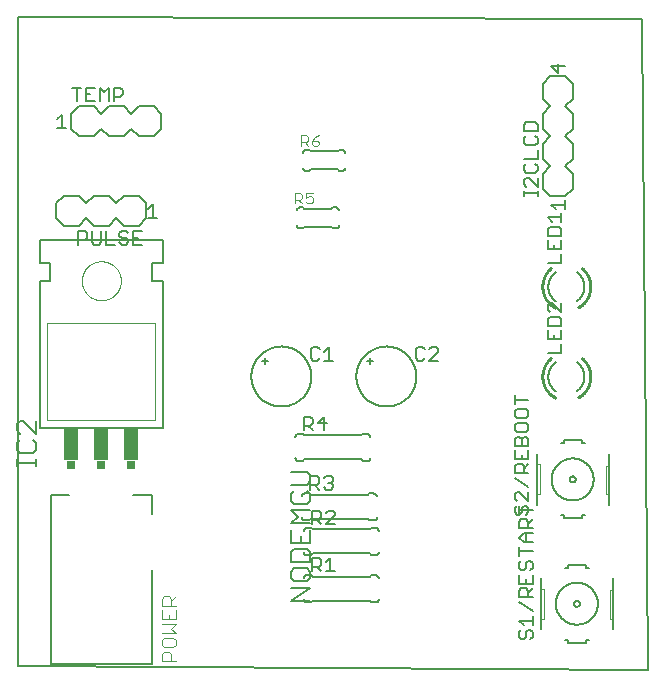
<source format=gto>
G75*
%MOIN*%
%OFA0B0*%
%FSLAX25Y25*%
%IPPOS*%
%LPD*%
%AMOC8*
5,1,8,0,0,1.08239X$1,22.5*
%
%ADD10C,0.00500*%
%ADD11C,0.00600*%
%ADD12C,0.00200*%
%ADD13R,0.03000X0.02500*%
%ADD14R,0.05000X0.11000*%
%ADD15C,0.00000*%
%ADD16C,0.00700*%
%ADD17C,0.01000*%
%ADD18C,0.00800*%
%ADD19C,0.00400*%
D10*
X0028578Y0021275D02*
X0028578Y0237575D01*
X0236478Y0236875D01*
X0238578Y0019875D01*
X0028578Y0021275D01*
X0123828Y0099825D02*
X0123828Y0104328D01*
X0126080Y0104328D01*
X0126831Y0103578D01*
X0126831Y0102076D01*
X0126080Y0101326D01*
X0123828Y0101326D01*
X0125330Y0101326D02*
X0126831Y0099825D01*
X0128432Y0102076D02*
X0131435Y0102076D01*
X0130684Y0099825D02*
X0130684Y0104328D01*
X0128432Y0102076D01*
X0128180Y0084428D02*
X0125928Y0084428D01*
X0125928Y0079925D01*
X0125928Y0081426D02*
X0128180Y0081426D01*
X0128931Y0082176D01*
X0128931Y0083678D01*
X0128180Y0084428D01*
X0130532Y0083678D02*
X0131283Y0084428D01*
X0132784Y0084428D01*
X0133535Y0083678D01*
X0133535Y0082927D01*
X0132784Y0082176D01*
X0133535Y0081426D01*
X0133535Y0080675D01*
X0132784Y0079925D01*
X0131283Y0079925D01*
X0130532Y0080675D01*
X0128931Y0079925D02*
X0127430Y0081426D01*
X0132034Y0082176D02*
X0132784Y0082176D01*
X0133484Y0072928D02*
X0131983Y0072928D01*
X0131232Y0072178D01*
X0129631Y0072178D02*
X0129631Y0070676D01*
X0128880Y0069926D01*
X0126628Y0069926D01*
X0126628Y0068425D02*
X0126628Y0072928D01*
X0128880Y0072928D01*
X0129631Y0072178D01*
X0128130Y0069926D02*
X0129631Y0068425D01*
X0131232Y0068425D02*
X0134235Y0071427D01*
X0134235Y0072178D01*
X0133484Y0072928D01*
X0134235Y0068425D02*
X0131232Y0068425D01*
X0132734Y0057228D02*
X0131232Y0055727D01*
X0129631Y0054976D02*
X0128880Y0054226D01*
X0126628Y0054226D01*
X0126628Y0052725D02*
X0126628Y0057228D01*
X0128880Y0057228D01*
X0129631Y0056478D01*
X0129631Y0054976D01*
X0128130Y0054226D02*
X0129631Y0052725D01*
X0131232Y0052725D02*
X0134235Y0052725D01*
X0132734Y0052725D02*
X0132734Y0057228D01*
X0194225Y0072375D02*
X0194975Y0071625D01*
X0195726Y0071625D01*
X0196477Y0072375D01*
X0196477Y0073876D01*
X0197227Y0074627D01*
X0197978Y0074627D01*
X0198728Y0073876D01*
X0198728Y0072375D01*
X0197978Y0071625D01*
X0197877Y0070058D02*
X0198627Y0069308D01*
X0198627Y0067056D01*
X0198627Y0068557D02*
X0200128Y0070058D01*
X0197877Y0070058D02*
X0196375Y0070058D01*
X0195625Y0069308D01*
X0195625Y0067056D01*
X0200128Y0067056D01*
X0200128Y0065455D02*
X0197126Y0065455D01*
X0195625Y0063953D01*
X0197126Y0062452D01*
X0200128Y0062452D01*
X0197877Y0062452D02*
X0197877Y0065455D01*
X0195625Y0060851D02*
X0195625Y0057848D01*
X0195625Y0059349D02*
X0200128Y0059349D01*
X0199378Y0056247D02*
X0198627Y0056247D01*
X0197877Y0055496D01*
X0197877Y0053995D01*
X0197126Y0053244D01*
X0196375Y0053244D01*
X0195625Y0053995D01*
X0195625Y0055496D01*
X0196375Y0056247D01*
X0199378Y0056247D02*
X0200128Y0055496D01*
X0200128Y0053995D01*
X0199378Y0053244D01*
X0200128Y0051643D02*
X0200128Y0048640D01*
X0195625Y0048640D01*
X0195625Y0051643D01*
X0197877Y0050141D02*
X0197877Y0048640D01*
X0197877Y0047039D02*
X0196375Y0047039D01*
X0195625Y0046288D01*
X0195625Y0044036D01*
X0200128Y0044036D01*
X0198627Y0044036D02*
X0198627Y0046288D01*
X0197877Y0047039D01*
X0198627Y0045538D02*
X0200128Y0047039D01*
X0195625Y0042435D02*
X0200128Y0039432D01*
X0200128Y0037831D02*
X0200128Y0034828D01*
X0200128Y0036330D02*
X0195625Y0036330D01*
X0197126Y0034828D01*
X0196375Y0033227D02*
X0195625Y0032476D01*
X0195625Y0030975D01*
X0196375Y0030225D01*
X0197126Y0030225D01*
X0197877Y0030975D01*
X0197877Y0032476D01*
X0198627Y0033227D01*
X0199378Y0033227D01*
X0200128Y0032476D01*
X0200128Y0030975D01*
X0199378Y0030225D01*
X0195625Y0071660D02*
X0195625Y0074662D01*
X0194975Y0074627D02*
X0194225Y0073876D01*
X0194225Y0072375D01*
X0195625Y0073161D02*
X0200128Y0073161D01*
X0198728Y0076228D02*
X0195726Y0079231D01*
X0194975Y0079231D01*
X0194225Y0078480D01*
X0194225Y0076979D01*
X0194975Y0076228D01*
X0198728Y0076228D02*
X0198728Y0079231D01*
X0198728Y0080832D02*
X0194225Y0083835D01*
X0194225Y0085436D02*
X0194225Y0087688D01*
X0194975Y0088439D01*
X0196477Y0088439D01*
X0197227Y0087688D01*
X0197227Y0085436D01*
X0198728Y0085436D02*
X0194225Y0085436D01*
X0197227Y0086938D02*
X0198728Y0088439D01*
X0198728Y0090040D02*
X0198728Y0093043D01*
X0198728Y0094644D02*
X0198728Y0096896D01*
X0197978Y0097647D01*
X0197227Y0097647D01*
X0196477Y0096896D01*
X0196477Y0094644D01*
X0198728Y0094644D02*
X0194225Y0094644D01*
X0194225Y0096896D01*
X0194975Y0097647D01*
X0195726Y0097647D01*
X0196477Y0096896D01*
X0194975Y0099248D02*
X0197978Y0099248D01*
X0198728Y0099999D01*
X0198728Y0101500D01*
X0197978Y0102251D01*
X0194975Y0102251D01*
X0194225Y0101500D01*
X0194225Y0099999D01*
X0194975Y0099248D01*
X0194975Y0103852D02*
X0194225Y0104603D01*
X0194225Y0106104D01*
X0194975Y0106855D01*
X0197978Y0106855D01*
X0198728Y0106104D01*
X0198728Y0104603D01*
X0197978Y0103852D01*
X0194975Y0103852D01*
X0194225Y0108456D02*
X0194225Y0111458D01*
X0194225Y0109957D02*
X0198728Y0109957D01*
X0205125Y0125425D02*
X0209628Y0125425D01*
X0209628Y0128427D01*
X0209628Y0130028D02*
X0209628Y0133031D01*
X0209628Y0134632D02*
X0209628Y0136884D01*
X0208878Y0137635D01*
X0205875Y0137635D01*
X0205125Y0136884D01*
X0205125Y0134632D01*
X0209628Y0134632D01*
X0207377Y0131530D02*
X0207377Y0130028D01*
X0209628Y0130028D02*
X0205125Y0130028D01*
X0205125Y0133031D01*
X0205875Y0139236D02*
X0205125Y0139987D01*
X0205125Y0141488D01*
X0205875Y0142239D01*
X0206626Y0142239D01*
X0209628Y0139236D01*
X0209628Y0142239D01*
X0209628Y0155425D02*
X0205125Y0155425D01*
X0209628Y0155425D02*
X0209628Y0158427D01*
X0209628Y0160028D02*
X0209628Y0163031D01*
X0209628Y0164632D02*
X0209628Y0166884D01*
X0208878Y0167635D01*
X0205875Y0167635D01*
X0205125Y0166884D01*
X0205125Y0164632D01*
X0209628Y0164632D01*
X0207377Y0161530D02*
X0207377Y0160028D01*
X0209628Y0160028D02*
X0205125Y0160028D01*
X0205125Y0163031D01*
X0206626Y0169236D02*
X0205125Y0170738D01*
X0209628Y0170738D01*
X0209628Y0172239D02*
X0209628Y0169236D01*
X0210828Y0173425D02*
X0210828Y0176427D01*
X0210828Y0174926D02*
X0206325Y0174926D01*
X0207826Y0173425D01*
X0201828Y0177925D02*
X0201828Y0179426D01*
X0201828Y0178675D02*
X0197325Y0178675D01*
X0197325Y0177925D02*
X0197325Y0179426D01*
X0198075Y0180994D02*
X0197325Y0181744D01*
X0197325Y0183246D01*
X0198075Y0183996D01*
X0198826Y0183996D01*
X0201828Y0180994D01*
X0201828Y0183996D01*
X0201078Y0185598D02*
X0201828Y0186348D01*
X0201828Y0187850D01*
X0201078Y0188600D01*
X0201828Y0190202D02*
X0197325Y0190202D01*
X0198075Y0188600D02*
X0197325Y0187850D01*
X0197325Y0186348D01*
X0198075Y0185598D01*
X0201078Y0185598D01*
X0201828Y0190202D02*
X0201828Y0193204D01*
X0201078Y0194806D02*
X0201828Y0195556D01*
X0201828Y0197057D01*
X0201078Y0197808D01*
X0201828Y0199409D02*
X0197325Y0199409D01*
X0197325Y0201661D01*
X0198075Y0202412D01*
X0201078Y0202412D01*
X0201828Y0201661D01*
X0201828Y0199409D01*
X0198075Y0197808D02*
X0197325Y0197057D01*
X0197325Y0195556D01*
X0198075Y0194806D01*
X0201078Y0194806D01*
X0208577Y0218925D02*
X0208577Y0221927D01*
X0210828Y0221176D02*
X0206325Y0221176D01*
X0208577Y0218925D01*
X0167984Y0127428D02*
X0166483Y0127428D01*
X0165732Y0126678D01*
X0164131Y0126678D02*
X0163380Y0127428D01*
X0161879Y0127428D01*
X0161128Y0126678D01*
X0161128Y0123675D01*
X0161879Y0122925D01*
X0163380Y0122925D01*
X0164131Y0123675D01*
X0165732Y0122925D02*
X0168735Y0125927D01*
X0168735Y0126678D01*
X0167984Y0127428D01*
X0168735Y0122925D02*
X0165732Y0122925D01*
X0194225Y0093043D02*
X0194225Y0090040D01*
X0198728Y0090040D01*
X0196477Y0090040D02*
X0196477Y0091541D01*
X0133735Y0122925D02*
X0130732Y0122925D01*
X0132234Y0122925D02*
X0132234Y0127428D01*
X0130732Y0125927D01*
X0129131Y0126678D02*
X0128380Y0127428D01*
X0126879Y0127428D01*
X0126128Y0126678D01*
X0126128Y0123675D01*
X0126879Y0122925D01*
X0128380Y0122925D01*
X0129131Y0123675D01*
X0075027Y0170625D02*
X0072025Y0170625D01*
X0073526Y0170625D02*
X0073526Y0175128D01*
X0072025Y0173627D01*
X0070027Y0166128D02*
X0067024Y0166128D01*
X0067024Y0161625D01*
X0070027Y0161625D01*
X0068526Y0163876D02*
X0067024Y0163876D01*
X0065423Y0163126D02*
X0065423Y0162375D01*
X0064672Y0161625D01*
X0063171Y0161625D01*
X0062421Y0162375D01*
X0063171Y0163876D02*
X0064672Y0163876D01*
X0065423Y0163126D01*
X0065423Y0165378D02*
X0064672Y0166128D01*
X0063171Y0166128D01*
X0062421Y0165378D01*
X0062421Y0164627D01*
X0063171Y0163876D01*
X0060819Y0161625D02*
X0057817Y0161625D01*
X0057817Y0166128D01*
X0056215Y0166128D02*
X0056215Y0162375D01*
X0055465Y0161625D01*
X0053963Y0161625D01*
X0053213Y0162375D01*
X0053213Y0166128D01*
X0051611Y0165378D02*
X0051611Y0163876D01*
X0050861Y0163126D01*
X0048609Y0163126D01*
X0048609Y0161625D02*
X0048609Y0166128D01*
X0050861Y0166128D01*
X0051611Y0165378D01*
X0044631Y0200425D02*
X0041628Y0200425D01*
X0043130Y0200425D02*
X0043130Y0204928D01*
X0041628Y0203427D01*
X0048130Y0209425D02*
X0048130Y0213928D01*
X0049631Y0213928D02*
X0046628Y0213928D01*
X0051232Y0213928D02*
X0051232Y0209425D01*
X0054235Y0209425D01*
X0055836Y0209425D02*
X0055836Y0213928D01*
X0057338Y0212427D01*
X0058839Y0213928D01*
X0058839Y0209425D01*
X0060440Y0209425D02*
X0060440Y0213928D01*
X0062692Y0213928D01*
X0063443Y0213178D01*
X0063443Y0211676D01*
X0062692Y0210926D01*
X0060440Y0210926D01*
X0054235Y0213928D02*
X0051232Y0213928D01*
X0051232Y0211676D02*
X0052734Y0211676D01*
D11*
X0053878Y0207675D02*
X0048878Y0207675D01*
X0046378Y0205175D01*
X0046378Y0200175D01*
X0048878Y0197675D01*
X0053878Y0197675D01*
X0056378Y0200175D01*
X0058878Y0197675D01*
X0063878Y0197675D01*
X0066378Y0200175D01*
X0068878Y0197675D01*
X0073878Y0197675D01*
X0076378Y0200175D01*
X0076378Y0205175D01*
X0073878Y0207675D01*
X0068878Y0207675D01*
X0066378Y0205175D01*
X0063878Y0207675D01*
X0058878Y0207675D01*
X0056378Y0205175D01*
X0053878Y0207675D01*
X0053878Y0177875D02*
X0058878Y0177875D01*
X0061378Y0175375D01*
X0063878Y0177875D01*
X0068878Y0177875D01*
X0071378Y0175375D01*
X0071378Y0170375D01*
X0068878Y0167875D01*
X0063878Y0167875D01*
X0061378Y0170375D01*
X0058878Y0167875D01*
X0053878Y0167875D01*
X0051378Y0170375D01*
X0048878Y0167875D01*
X0043878Y0167875D01*
X0041378Y0170375D01*
X0041378Y0175375D01*
X0043878Y0177875D01*
X0048878Y0177875D01*
X0051378Y0175375D01*
X0053878Y0177875D01*
X0035878Y0163075D02*
X0035878Y0155575D01*
X0039378Y0155575D01*
X0039378Y0149575D01*
X0035878Y0149575D01*
X0035878Y0100575D01*
X0076878Y0100575D01*
X0076878Y0149575D01*
X0073378Y0149575D01*
X0073378Y0155575D01*
X0076878Y0155575D01*
X0076878Y0163075D01*
X0035878Y0163075D01*
X0109878Y0122675D02*
X0110878Y0122675D01*
X0110878Y0123675D01*
X0110878Y0122675D02*
X0111878Y0122675D01*
X0110878Y0122675D02*
X0110878Y0121675D01*
X0106378Y0117675D02*
X0106381Y0117920D01*
X0106390Y0118166D01*
X0106405Y0118411D01*
X0106426Y0118655D01*
X0106453Y0118899D01*
X0106486Y0119142D01*
X0106525Y0119385D01*
X0106570Y0119626D01*
X0106621Y0119866D01*
X0106678Y0120105D01*
X0106740Y0120342D01*
X0106809Y0120578D01*
X0106883Y0120812D01*
X0106963Y0121044D01*
X0107048Y0121274D01*
X0107139Y0121502D01*
X0107236Y0121727D01*
X0107338Y0121951D01*
X0107446Y0122171D01*
X0107559Y0122389D01*
X0107677Y0122604D01*
X0107801Y0122816D01*
X0107929Y0123025D01*
X0108063Y0123231D01*
X0108202Y0123433D01*
X0108346Y0123632D01*
X0108495Y0123827D01*
X0108648Y0124019D01*
X0108806Y0124207D01*
X0108968Y0124391D01*
X0109136Y0124570D01*
X0109307Y0124746D01*
X0109483Y0124917D01*
X0109662Y0125085D01*
X0109846Y0125247D01*
X0110034Y0125405D01*
X0110226Y0125558D01*
X0110421Y0125707D01*
X0110620Y0125851D01*
X0110822Y0125990D01*
X0111028Y0126124D01*
X0111237Y0126252D01*
X0111449Y0126376D01*
X0111664Y0126494D01*
X0111882Y0126607D01*
X0112102Y0126715D01*
X0112326Y0126817D01*
X0112551Y0126914D01*
X0112779Y0127005D01*
X0113009Y0127090D01*
X0113241Y0127170D01*
X0113475Y0127244D01*
X0113711Y0127313D01*
X0113948Y0127375D01*
X0114187Y0127432D01*
X0114427Y0127483D01*
X0114668Y0127528D01*
X0114911Y0127567D01*
X0115154Y0127600D01*
X0115398Y0127627D01*
X0115642Y0127648D01*
X0115887Y0127663D01*
X0116133Y0127672D01*
X0116378Y0127675D01*
X0116623Y0127672D01*
X0116869Y0127663D01*
X0117114Y0127648D01*
X0117358Y0127627D01*
X0117602Y0127600D01*
X0117845Y0127567D01*
X0118088Y0127528D01*
X0118329Y0127483D01*
X0118569Y0127432D01*
X0118808Y0127375D01*
X0119045Y0127313D01*
X0119281Y0127244D01*
X0119515Y0127170D01*
X0119747Y0127090D01*
X0119977Y0127005D01*
X0120205Y0126914D01*
X0120430Y0126817D01*
X0120654Y0126715D01*
X0120874Y0126607D01*
X0121092Y0126494D01*
X0121307Y0126376D01*
X0121519Y0126252D01*
X0121728Y0126124D01*
X0121934Y0125990D01*
X0122136Y0125851D01*
X0122335Y0125707D01*
X0122530Y0125558D01*
X0122722Y0125405D01*
X0122910Y0125247D01*
X0123094Y0125085D01*
X0123273Y0124917D01*
X0123449Y0124746D01*
X0123620Y0124570D01*
X0123788Y0124391D01*
X0123950Y0124207D01*
X0124108Y0124019D01*
X0124261Y0123827D01*
X0124410Y0123632D01*
X0124554Y0123433D01*
X0124693Y0123231D01*
X0124827Y0123025D01*
X0124955Y0122816D01*
X0125079Y0122604D01*
X0125197Y0122389D01*
X0125310Y0122171D01*
X0125418Y0121951D01*
X0125520Y0121727D01*
X0125617Y0121502D01*
X0125708Y0121274D01*
X0125793Y0121044D01*
X0125873Y0120812D01*
X0125947Y0120578D01*
X0126016Y0120342D01*
X0126078Y0120105D01*
X0126135Y0119866D01*
X0126186Y0119626D01*
X0126231Y0119385D01*
X0126270Y0119142D01*
X0126303Y0118899D01*
X0126330Y0118655D01*
X0126351Y0118411D01*
X0126366Y0118166D01*
X0126375Y0117920D01*
X0126378Y0117675D01*
X0126375Y0117430D01*
X0126366Y0117184D01*
X0126351Y0116939D01*
X0126330Y0116695D01*
X0126303Y0116451D01*
X0126270Y0116208D01*
X0126231Y0115965D01*
X0126186Y0115724D01*
X0126135Y0115484D01*
X0126078Y0115245D01*
X0126016Y0115008D01*
X0125947Y0114772D01*
X0125873Y0114538D01*
X0125793Y0114306D01*
X0125708Y0114076D01*
X0125617Y0113848D01*
X0125520Y0113623D01*
X0125418Y0113399D01*
X0125310Y0113179D01*
X0125197Y0112961D01*
X0125079Y0112746D01*
X0124955Y0112534D01*
X0124827Y0112325D01*
X0124693Y0112119D01*
X0124554Y0111917D01*
X0124410Y0111718D01*
X0124261Y0111523D01*
X0124108Y0111331D01*
X0123950Y0111143D01*
X0123788Y0110959D01*
X0123620Y0110780D01*
X0123449Y0110604D01*
X0123273Y0110433D01*
X0123094Y0110265D01*
X0122910Y0110103D01*
X0122722Y0109945D01*
X0122530Y0109792D01*
X0122335Y0109643D01*
X0122136Y0109499D01*
X0121934Y0109360D01*
X0121728Y0109226D01*
X0121519Y0109098D01*
X0121307Y0108974D01*
X0121092Y0108856D01*
X0120874Y0108743D01*
X0120654Y0108635D01*
X0120430Y0108533D01*
X0120205Y0108436D01*
X0119977Y0108345D01*
X0119747Y0108260D01*
X0119515Y0108180D01*
X0119281Y0108106D01*
X0119045Y0108037D01*
X0118808Y0107975D01*
X0118569Y0107918D01*
X0118329Y0107867D01*
X0118088Y0107822D01*
X0117845Y0107783D01*
X0117602Y0107750D01*
X0117358Y0107723D01*
X0117114Y0107702D01*
X0116869Y0107687D01*
X0116623Y0107678D01*
X0116378Y0107675D01*
X0116133Y0107678D01*
X0115887Y0107687D01*
X0115642Y0107702D01*
X0115398Y0107723D01*
X0115154Y0107750D01*
X0114911Y0107783D01*
X0114668Y0107822D01*
X0114427Y0107867D01*
X0114187Y0107918D01*
X0113948Y0107975D01*
X0113711Y0108037D01*
X0113475Y0108106D01*
X0113241Y0108180D01*
X0113009Y0108260D01*
X0112779Y0108345D01*
X0112551Y0108436D01*
X0112326Y0108533D01*
X0112102Y0108635D01*
X0111882Y0108743D01*
X0111664Y0108856D01*
X0111449Y0108974D01*
X0111237Y0109098D01*
X0111028Y0109226D01*
X0110822Y0109360D01*
X0110620Y0109499D01*
X0110421Y0109643D01*
X0110226Y0109792D01*
X0110034Y0109945D01*
X0109846Y0110103D01*
X0109662Y0110265D01*
X0109483Y0110433D01*
X0109307Y0110604D01*
X0109136Y0110780D01*
X0108968Y0110959D01*
X0108806Y0111143D01*
X0108648Y0111331D01*
X0108495Y0111523D01*
X0108346Y0111718D01*
X0108202Y0111917D01*
X0108063Y0112119D01*
X0107929Y0112325D01*
X0107801Y0112534D01*
X0107677Y0112746D01*
X0107559Y0112961D01*
X0107446Y0113179D01*
X0107338Y0113399D01*
X0107236Y0113623D01*
X0107139Y0113848D01*
X0107048Y0114076D01*
X0106963Y0114306D01*
X0106883Y0114538D01*
X0106809Y0114772D01*
X0106740Y0115008D01*
X0106678Y0115245D01*
X0106621Y0115484D01*
X0106570Y0115724D01*
X0106525Y0115965D01*
X0106486Y0116208D01*
X0106453Y0116451D01*
X0106426Y0116695D01*
X0106405Y0116939D01*
X0106390Y0117184D01*
X0106381Y0117430D01*
X0106378Y0117675D01*
X0122078Y0098575D02*
X0123578Y0098575D01*
X0124078Y0098075D01*
X0143078Y0098075D01*
X0143578Y0098575D01*
X0145078Y0098575D01*
X0145138Y0098573D01*
X0145199Y0098568D01*
X0145258Y0098559D01*
X0145317Y0098546D01*
X0145376Y0098530D01*
X0145433Y0098510D01*
X0145488Y0098487D01*
X0145543Y0098460D01*
X0145595Y0098431D01*
X0145646Y0098398D01*
X0145695Y0098362D01*
X0145741Y0098324D01*
X0145785Y0098282D01*
X0145827Y0098238D01*
X0145865Y0098192D01*
X0145901Y0098143D01*
X0145934Y0098092D01*
X0145963Y0098040D01*
X0145990Y0097985D01*
X0146013Y0097930D01*
X0146033Y0097873D01*
X0146049Y0097814D01*
X0146062Y0097755D01*
X0146071Y0097696D01*
X0146076Y0097635D01*
X0146078Y0097575D01*
X0146078Y0090575D02*
X0146076Y0090515D01*
X0146071Y0090454D01*
X0146062Y0090395D01*
X0146049Y0090336D01*
X0146033Y0090277D01*
X0146013Y0090220D01*
X0145990Y0090165D01*
X0145963Y0090110D01*
X0145934Y0090058D01*
X0145901Y0090007D01*
X0145865Y0089958D01*
X0145827Y0089912D01*
X0145785Y0089868D01*
X0145741Y0089826D01*
X0145695Y0089788D01*
X0145646Y0089752D01*
X0145595Y0089719D01*
X0145543Y0089690D01*
X0145488Y0089663D01*
X0145433Y0089640D01*
X0145376Y0089620D01*
X0145317Y0089604D01*
X0145258Y0089591D01*
X0145199Y0089582D01*
X0145138Y0089577D01*
X0145078Y0089575D01*
X0143578Y0089575D01*
X0143078Y0090075D01*
X0124078Y0090075D01*
X0123578Y0089575D01*
X0122078Y0089575D01*
X0122018Y0089577D01*
X0121957Y0089582D01*
X0121898Y0089591D01*
X0121839Y0089604D01*
X0121780Y0089620D01*
X0121723Y0089640D01*
X0121668Y0089663D01*
X0121613Y0089690D01*
X0121561Y0089719D01*
X0121510Y0089752D01*
X0121461Y0089788D01*
X0121415Y0089826D01*
X0121371Y0089868D01*
X0121329Y0089912D01*
X0121291Y0089958D01*
X0121255Y0090007D01*
X0121222Y0090058D01*
X0121193Y0090110D01*
X0121166Y0090165D01*
X0121143Y0090220D01*
X0121123Y0090277D01*
X0121107Y0090336D01*
X0121094Y0090395D01*
X0121085Y0090454D01*
X0121080Y0090515D01*
X0121078Y0090575D01*
X0119673Y0085918D02*
X0125011Y0085918D01*
X0126078Y0084850D01*
X0126078Y0082715D01*
X0125011Y0081647D01*
X0119673Y0081647D01*
X0120741Y0079472D02*
X0119673Y0078405D01*
X0119673Y0076270D01*
X0120741Y0075202D01*
X0125011Y0075202D01*
X0126078Y0076270D01*
X0126078Y0078405D01*
X0125011Y0079472D01*
X0125678Y0078675D02*
X0124178Y0078675D01*
X0124118Y0078673D01*
X0124057Y0078668D01*
X0123998Y0078659D01*
X0123939Y0078646D01*
X0123880Y0078630D01*
X0123823Y0078610D01*
X0123768Y0078587D01*
X0123713Y0078560D01*
X0123661Y0078531D01*
X0123610Y0078498D01*
X0123561Y0078462D01*
X0123515Y0078424D01*
X0123471Y0078382D01*
X0123429Y0078338D01*
X0123391Y0078292D01*
X0123355Y0078243D01*
X0123322Y0078192D01*
X0123293Y0078140D01*
X0123266Y0078085D01*
X0123243Y0078030D01*
X0123223Y0077973D01*
X0123207Y0077914D01*
X0123194Y0077855D01*
X0123185Y0077796D01*
X0123180Y0077735D01*
X0123178Y0077675D01*
X0125678Y0078675D02*
X0126178Y0078175D01*
X0145178Y0078175D01*
X0145678Y0078675D01*
X0147178Y0078675D01*
X0147238Y0078673D01*
X0147299Y0078668D01*
X0147358Y0078659D01*
X0147417Y0078646D01*
X0147476Y0078630D01*
X0147533Y0078610D01*
X0147588Y0078587D01*
X0147643Y0078560D01*
X0147695Y0078531D01*
X0147746Y0078498D01*
X0147795Y0078462D01*
X0147841Y0078424D01*
X0147885Y0078382D01*
X0147927Y0078338D01*
X0147965Y0078292D01*
X0148001Y0078243D01*
X0148034Y0078192D01*
X0148063Y0078140D01*
X0148090Y0078085D01*
X0148113Y0078030D01*
X0148133Y0077973D01*
X0148149Y0077914D01*
X0148162Y0077855D01*
X0148171Y0077796D01*
X0148176Y0077735D01*
X0148178Y0077675D01*
X0148178Y0070675D02*
X0148176Y0070615D01*
X0148171Y0070554D01*
X0148162Y0070495D01*
X0148149Y0070436D01*
X0148133Y0070377D01*
X0148113Y0070320D01*
X0148090Y0070265D01*
X0148063Y0070210D01*
X0148034Y0070158D01*
X0148001Y0070107D01*
X0147965Y0070058D01*
X0147927Y0070012D01*
X0147885Y0069968D01*
X0147841Y0069926D01*
X0147795Y0069888D01*
X0147746Y0069852D01*
X0147695Y0069819D01*
X0147643Y0069790D01*
X0147588Y0069763D01*
X0147533Y0069740D01*
X0147476Y0069720D01*
X0147417Y0069704D01*
X0147358Y0069691D01*
X0147299Y0069682D01*
X0147238Y0069677D01*
X0147178Y0069675D01*
X0145678Y0069675D01*
X0145178Y0070175D01*
X0126178Y0070175D01*
X0125678Y0069675D01*
X0124178Y0069675D01*
X0124118Y0069677D01*
X0124057Y0069682D01*
X0123998Y0069691D01*
X0123939Y0069704D01*
X0123880Y0069720D01*
X0123823Y0069740D01*
X0123768Y0069763D01*
X0123713Y0069790D01*
X0123661Y0069819D01*
X0123610Y0069852D01*
X0123561Y0069888D01*
X0123515Y0069926D01*
X0123471Y0069968D01*
X0123429Y0070012D01*
X0123391Y0070058D01*
X0123355Y0070107D01*
X0123322Y0070158D01*
X0123293Y0070210D01*
X0123266Y0070265D01*
X0123243Y0070320D01*
X0123223Y0070377D01*
X0123207Y0070436D01*
X0123194Y0070495D01*
X0123185Y0070554D01*
X0123180Y0070615D01*
X0123178Y0070675D01*
X0121808Y0070892D02*
X0119673Y0073027D01*
X0126078Y0073027D01*
X0126078Y0068756D02*
X0119673Y0068756D01*
X0121808Y0070892D01*
X0119673Y0066581D02*
X0119673Y0062311D01*
X0126078Y0062311D01*
X0126078Y0066581D01*
X0126378Y0067175D02*
X0126878Y0066675D01*
X0145878Y0066675D01*
X0146378Y0067175D01*
X0147878Y0067175D01*
X0147938Y0067173D01*
X0147999Y0067168D01*
X0148058Y0067159D01*
X0148117Y0067146D01*
X0148176Y0067130D01*
X0148233Y0067110D01*
X0148288Y0067087D01*
X0148343Y0067060D01*
X0148395Y0067031D01*
X0148446Y0066998D01*
X0148495Y0066962D01*
X0148541Y0066924D01*
X0148585Y0066882D01*
X0148627Y0066838D01*
X0148665Y0066792D01*
X0148701Y0066743D01*
X0148734Y0066692D01*
X0148763Y0066640D01*
X0148790Y0066585D01*
X0148813Y0066530D01*
X0148833Y0066473D01*
X0148849Y0066414D01*
X0148862Y0066355D01*
X0148871Y0066296D01*
X0148876Y0066235D01*
X0148878Y0066175D01*
X0148878Y0059175D02*
X0148876Y0059115D01*
X0148871Y0059054D01*
X0148862Y0058995D01*
X0148849Y0058936D01*
X0148833Y0058877D01*
X0148813Y0058820D01*
X0148790Y0058765D01*
X0148763Y0058710D01*
X0148734Y0058658D01*
X0148701Y0058607D01*
X0148665Y0058558D01*
X0148627Y0058512D01*
X0148585Y0058468D01*
X0148541Y0058426D01*
X0148495Y0058388D01*
X0148446Y0058352D01*
X0148395Y0058319D01*
X0148343Y0058290D01*
X0148288Y0058263D01*
X0148233Y0058240D01*
X0148176Y0058220D01*
X0148117Y0058204D01*
X0148058Y0058191D01*
X0147999Y0058182D01*
X0147938Y0058177D01*
X0147878Y0058175D01*
X0146378Y0058175D01*
X0145878Y0058675D01*
X0126878Y0058675D01*
X0126378Y0058175D01*
X0124878Y0058175D01*
X0124818Y0058177D01*
X0124757Y0058182D01*
X0124698Y0058191D01*
X0124639Y0058204D01*
X0124580Y0058220D01*
X0124523Y0058240D01*
X0124468Y0058263D01*
X0124413Y0058290D01*
X0124361Y0058319D01*
X0124310Y0058352D01*
X0124261Y0058388D01*
X0124215Y0058426D01*
X0124171Y0058468D01*
X0124129Y0058512D01*
X0124091Y0058558D01*
X0124055Y0058607D01*
X0124022Y0058658D01*
X0123993Y0058710D01*
X0123966Y0058765D01*
X0123943Y0058820D01*
X0123923Y0058877D01*
X0123907Y0058936D01*
X0123894Y0058995D01*
X0123885Y0059054D01*
X0123880Y0059115D01*
X0123878Y0059175D01*
X0125011Y0060136D02*
X0120741Y0060136D01*
X0119673Y0059068D01*
X0119673Y0055866D01*
X0126078Y0055866D01*
X0126078Y0059068D01*
X0125011Y0060136D01*
X0122876Y0062311D02*
X0122876Y0064446D01*
X0123878Y0066175D02*
X0123880Y0066235D01*
X0123885Y0066296D01*
X0123894Y0066355D01*
X0123907Y0066414D01*
X0123923Y0066473D01*
X0123943Y0066530D01*
X0123966Y0066585D01*
X0123993Y0066640D01*
X0124022Y0066692D01*
X0124055Y0066743D01*
X0124091Y0066792D01*
X0124129Y0066838D01*
X0124171Y0066882D01*
X0124215Y0066924D01*
X0124261Y0066962D01*
X0124310Y0066998D01*
X0124361Y0067031D01*
X0124413Y0067060D01*
X0124468Y0067087D01*
X0124523Y0067110D01*
X0124580Y0067130D01*
X0124639Y0067146D01*
X0124698Y0067159D01*
X0124757Y0067168D01*
X0124818Y0067173D01*
X0124878Y0067175D01*
X0126378Y0067175D01*
X0125011Y0053690D02*
X0120741Y0053690D01*
X0119673Y0052623D01*
X0119673Y0050488D01*
X0120741Y0049420D01*
X0125011Y0049420D01*
X0126078Y0050488D01*
X0126078Y0052623D01*
X0125011Y0053690D01*
X0124878Y0051475D02*
X0126378Y0051475D01*
X0126878Y0050975D01*
X0145878Y0050975D01*
X0146378Y0051475D01*
X0147878Y0051475D01*
X0147938Y0051473D01*
X0147999Y0051468D01*
X0148058Y0051459D01*
X0148117Y0051446D01*
X0148176Y0051430D01*
X0148233Y0051410D01*
X0148288Y0051387D01*
X0148343Y0051360D01*
X0148395Y0051331D01*
X0148446Y0051298D01*
X0148495Y0051262D01*
X0148541Y0051224D01*
X0148585Y0051182D01*
X0148627Y0051138D01*
X0148665Y0051092D01*
X0148701Y0051043D01*
X0148734Y0050992D01*
X0148763Y0050940D01*
X0148790Y0050885D01*
X0148813Y0050830D01*
X0148833Y0050773D01*
X0148849Y0050714D01*
X0148862Y0050655D01*
X0148871Y0050596D01*
X0148876Y0050535D01*
X0148878Y0050475D01*
X0148878Y0043475D02*
X0148876Y0043415D01*
X0148871Y0043354D01*
X0148862Y0043295D01*
X0148849Y0043236D01*
X0148833Y0043177D01*
X0148813Y0043120D01*
X0148790Y0043065D01*
X0148763Y0043010D01*
X0148734Y0042958D01*
X0148701Y0042907D01*
X0148665Y0042858D01*
X0148627Y0042812D01*
X0148585Y0042768D01*
X0148541Y0042726D01*
X0148495Y0042688D01*
X0148446Y0042652D01*
X0148395Y0042619D01*
X0148343Y0042590D01*
X0148288Y0042563D01*
X0148233Y0042540D01*
X0148176Y0042520D01*
X0148117Y0042504D01*
X0148058Y0042491D01*
X0147999Y0042482D01*
X0147938Y0042477D01*
X0147878Y0042475D01*
X0146378Y0042475D01*
X0145878Y0042975D01*
X0126878Y0042975D01*
X0126378Y0042475D01*
X0124878Y0042475D01*
X0124818Y0042477D01*
X0124757Y0042482D01*
X0124698Y0042491D01*
X0124639Y0042504D01*
X0124580Y0042520D01*
X0124523Y0042540D01*
X0124468Y0042563D01*
X0124413Y0042590D01*
X0124361Y0042619D01*
X0124310Y0042652D01*
X0124261Y0042688D01*
X0124215Y0042726D01*
X0124171Y0042768D01*
X0124129Y0042812D01*
X0124091Y0042858D01*
X0124055Y0042907D01*
X0124022Y0042958D01*
X0123993Y0043010D01*
X0123966Y0043065D01*
X0123943Y0043120D01*
X0123923Y0043177D01*
X0123907Y0043236D01*
X0123894Y0043295D01*
X0123885Y0043354D01*
X0123880Y0043415D01*
X0123878Y0043475D01*
X0126078Y0042975D02*
X0119673Y0042975D01*
X0126078Y0047245D01*
X0119673Y0047245D01*
X0123878Y0050475D02*
X0123880Y0050535D01*
X0123885Y0050596D01*
X0123894Y0050655D01*
X0123907Y0050714D01*
X0123923Y0050773D01*
X0123943Y0050830D01*
X0123966Y0050885D01*
X0123993Y0050940D01*
X0124022Y0050992D01*
X0124055Y0051043D01*
X0124091Y0051092D01*
X0124129Y0051138D01*
X0124171Y0051182D01*
X0124215Y0051224D01*
X0124261Y0051262D01*
X0124310Y0051298D01*
X0124361Y0051331D01*
X0124413Y0051360D01*
X0124468Y0051387D01*
X0124523Y0051410D01*
X0124580Y0051430D01*
X0124639Y0051446D01*
X0124698Y0051459D01*
X0124757Y0051468D01*
X0124818Y0051473D01*
X0124878Y0051475D01*
X0121078Y0097575D02*
X0121080Y0097635D01*
X0121085Y0097696D01*
X0121094Y0097755D01*
X0121107Y0097814D01*
X0121123Y0097873D01*
X0121143Y0097930D01*
X0121166Y0097985D01*
X0121193Y0098040D01*
X0121222Y0098092D01*
X0121255Y0098143D01*
X0121291Y0098192D01*
X0121329Y0098238D01*
X0121371Y0098282D01*
X0121415Y0098324D01*
X0121461Y0098362D01*
X0121510Y0098398D01*
X0121561Y0098431D01*
X0121613Y0098460D01*
X0121668Y0098487D01*
X0121723Y0098510D01*
X0121780Y0098530D01*
X0121839Y0098546D01*
X0121898Y0098559D01*
X0121957Y0098568D01*
X0122018Y0098573D01*
X0122078Y0098575D01*
X0145878Y0121675D02*
X0145878Y0122675D01*
X0145878Y0123675D01*
X0145878Y0122675D02*
X0146878Y0122675D01*
X0145878Y0122675D02*
X0144878Y0122675D01*
X0141378Y0117675D02*
X0141381Y0117920D01*
X0141390Y0118166D01*
X0141405Y0118411D01*
X0141426Y0118655D01*
X0141453Y0118899D01*
X0141486Y0119142D01*
X0141525Y0119385D01*
X0141570Y0119626D01*
X0141621Y0119866D01*
X0141678Y0120105D01*
X0141740Y0120342D01*
X0141809Y0120578D01*
X0141883Y0120812D01*
X0141963Y0121044D01*
X0142048Y0121274D01*
X0142139Y0121502D01*
X0142236Y0121727D01*
X0142338Y0121951D01*
X0142446Y0122171D01*
X0142559Y0122389D01*
X0142677Y0122604D01*
X0142801Y0122816D01*
X0142929Y0123025D01*
X0143063Y0123231D01*
X0143202Y0123433D01*
X0143346Y0123632D01*
X0143495Y0123827D01*
X0143648Y0124019D01*
X0143806Y0124207D01*
X0143968Y0124391D01*
X0144136Y0124570D01*
X0144307Y0124746D01*
X0144483Y0124917D01*
X0144662Y0125085D01*
X0144846Y0125247D01*
X0145034Y0125405D01*
X0145226Y0125558D01*
X0145421Y0125707D01*
X0145620Y0125851D01*
X0145822Y0125990D01*
X0146028Y0126124D01*
X0146237Y0126252D01*
X0146449Y0126376D01*
X0146664Y0126494D01*
X0146882Y0126607D01*
X0147102Y0126715D01*
X0147326Y0126817D01*
X0147551Y0126914D01*
X0147779Y0127005D01*
X0148009Y0127090D01*
X0148241Y0127170D01*
X0148475Y0127244D01*
X0148711Y0127313D01*
X0148948Y0127375D01*
X0149187Y0127432D01*
X0149427Y0127483D01*
X0149668Y0127528D01*
X0149911Y0127567D01*
X0150154Y0127600D01*
X0150398Y0127627D01*
X0150642Y0127648D01*
X0150887Y0127663D01*
X0151133Y0127672D01*
X0151378Y0127675D01*
X0151623Y0127672D01*
X0151869Y0127663D01*
X0152114Y0127648D01*
X0152358Y0127627D01*
X0152602Y0127600D01*
X0152845Y0127567D01*
X0153088Y0127528D01*
X0153329Y0127483D01*
X0153569Y0127432D01*
X0153808Y0127375D01*
X0154045Y0127313D01*
X0154281Y0127244D01*
X0154515Y0127170D01*
X0154747Y0127090D01*
X0154977Y0127005D01*
X0155205Y0126914D01*
X0155430Y0126817D01*
X0155654Y0126715D01*
X0155874Y0126607D01*
X0156092Y0126494D01*
X0156307Y0126376D01*
X0156519Y0126252D01*
X0156728Y0126124D01*
X0156934Y0125990D01*
X0157136Y0125851D01*
X0157335Y0125707D01*
X0157530Y0125558D01*
X0157722Y0125405D01*
X0157910Y0125247D01*
X0158094Y0125085D01*
X0158273Y0124917D01*
X0158449Y0124746D01*
X0158620Y0124570D01*
X0158788Y0124391D01*
X0158950Y0124207D01*
X0159108Y0124019D01*
X0159261Y0123827D01*
X0159410Y0123632D01*
X0159554Y0123433D01*
X0159693Y0123231D01*
X0159827Y0123025D01*
X0159955Y0122816D01*
X0160079Y0122604D01*
X0160197Y0122389D01*
X0160310Y0122171D01*
X0160418Y0121951D01*
X0160520Y0121727D01*
X0160617Y0121502D01*
X0160708Y0121274D01*
X0160793Y0121044D01*
X0160873Y0120812D01*
X0160947Y0120578D01*
X0161016Y0120342D01*
X0161078Y0120105D01*
X0161135Y0119866D01*
X0161186Y0119626D01*
X0161231Y0119385D01*
X0161270Y0119142D01*
X0161303Y0118899D01*
X0161330Y0118655D01*
X0161351Y0118411D01*
X0161366Y0118166D01*
X0161375Y0117920D01*
X0161378Y0117675D01*
X0161375Y0117430D01*
X0161366Y0117184D01*
X0161351Y0116939D01*
X0161330Y0116695D01*
X0161303Y0116451D01*
X0161270Y0116208D01*
X0161231Y0115965D01*
X0161186Y0115724D01*
X0161135Y0115484D01*
X0161078Y0115245D01*
X0161016Y0115008D01*
X0160947Y0114772D01*
X0160873Y0114538D01*
X0160793Y0114306D01*
X0160708Y0114076D01*
X0160617Y0113848D01*
X0160520Y0113623D01*
X0160418Y0113399D01*
X0160310Y0113179D01*
X0160197Y0112961D01*
X0160079Y0112746D01*
X0159955Y0112534D01*
X0159827Y0112325D01*
X0159693Y0112119D01*
X0159554Y0111917D01*
X0159410Y0111718D01*
X0159261Y0111523D01*
X0159108Y0111331D01*
X0158950Y0111143D01*
X0158788Y0110959D01*
X0158620Y0110780D01*
X0158449Y0110604D01*
X0158273Y0110433D01*
X0158094Y0110265D01*
X0157910Y0110103D01*
X0157722Y0109945D01*
X0157530Y0109792D01*
X0157335Y0109643D01*
X0157136Y0109499D01*
X0156934Y0109360D01*
X0156728Y0109226D01*
X0156519Y0109098D01*
X0156307Y0108974D01*
X0156092Y0108856D01*
X0155874Y0108743D01*
X0155654Y0108635D01*
X0155430Y0108533D01*
X0155205Y0108436D01*
X0154977Y0108345D01*
X0154747Y0108260D01*
X0154515Y0108180D01*
X0154281Y0108106D01*
X0154045Y0108037D01*
X0153808Y0107975D01*
X0153569Y0107918D01*
X0153329Y0107867D01*
X0153088Y0107822D01*
X0152845Y0107783D01*
X0152602Y0107750D01*
X0152358Y0107723D01*
X0152114Y0107702D01*
X0151869Y0107687D01*
X0151623Y0107678D01*
X0151378Y0107675D01*
X0151133Y0107678D01*
X0150887Y0107687D01*
X0150642Y0107702D01*
X0150398Y0107723D01*
X0150154Y0107750D01*
X0149911Y0107783D01*
X0149668Y0107822D01*
X0149427Y0107867D01*
X0149187Y0107918D01*
X0148948Y0107975D01*
X0148711Y0108037D01*
X0148475Y0108106D01*
X0148241Y0108180D01*
X0148009Y0108260D01*
X0147779Y0108345D01*
X0147551Y0108436D01*
X0147326Y0108533D01*
X0147102Y0108635D01*
X0146882Y0108743D01*
X0146664Y0108856D01*
X0146449Y0108974D01*
X0146237Y0109098D01*
X0146028Y0109226D01*
X0145822Y0109360D01*
X0145620Y0109499D01*
X0145421Y0109643D01*
X0145226Y0109792D01*
X0145034Y0109945D01*
X0144846Y0110103D01*
X0144662Y0110265D01*
X0144483Y0110433D01*
X0144307Y0110604D01*
X0144136Y0110780D01*
X0143968Y0110959D01*
X0143806Y0111143D01*
X0143648Y0111331D01*
X0143495Y0111523D01*
X0143346Y0111718D01*
X0143202Y0111917D01*
X0143063Y0112119D01*
X0142929Y0112325D01*
X0142801Y0112534D01*
X0142677Y0112746D01*
X0142559Y0112961D01*
X0142446Y0113179D01*
X0142338Y0113399D01*
X0142236Y0113623D01*
X0142139Y0113848D01*
X0142048Y0114076D01*
X0141963Y0114306D01*
X0141883Y0114538D01*
X0141809Y0114772D01*
X0141740Y0115008D01*
X0141678Y0115245D01*
X0141621Y0115484D01*
X0141570Y0115724D01*
X0141525Y0115965D01*
X0141486Y0116208D01*
X0141453Y0116451D01*
X0141426Y0116695D01*
X0141405Y0116939D01*
X0141390Y0117184D01*
X0141381Y0117430D01*
X0141378Y0117675D01*
X0134578Y0167075D02*
X0133578Y0167075D01*
X0133078Y0167575D01*
X0124078Y0167575D01*
X0123578Y0167075D01*
X0122578Y0167075D01*
X0122518Y0167077D01*
X0122457Y0167082D01*
X0122398Y0167091D01*
X0122339Y0167104D01*
X0122280Y0167120D01*
X0122223Y0167140D01*
X0122168Y0167163D01*
X0122113Y0167190D01*
X0122061Y0167219D01*
X0122010Y0167252D01*
X0121961Y0167288D01*
X0121915Y0167326D01*
X0121871Y0167368D01*
X0121829Y0167412D01*
X0121791Y0167458D01*
X0121755Y0167507D01*
X0121722Y0167558D01*
X0121693Y0167610D01*
X0121666Y0167665D01*
X0121643Y0167720D01*
X0121623Y0167777D01*
X0121607Y0167836D01*
X0121594Y0167895D01*
X0121585Y0167954D01*
X0121580Y0168015D01*
X0121578Y0168075D01*
X0121578Y0173075D02*
X0121580Y0173135D01*
X0121585Y0173196D01*
X0121594Y0173255D01*
X0121607Y0173314D01*
X0121623Y0173373D01*
X0121643Y0173430D01*
X0121666Y0173485D01*
X0121693Y0173540D01*
X0121722Y0173592D01*
X0121755Y0173643D01*
X0121791Y0173692D01*
X0121829Y0173738D01*
X0121871Y0173782D01*
X0121915Y0173824D01*
X0121961Y0173862D01*
X0122010Y0173898D01*
X0122061Y0173931D01*
X0122113Y0173960D01*
X0122168Y0173987D01*
X0122223Y0174010D01*
X0122280Y0174030D01*
X0122339Y0174046D01*
X0122398Y0174059D01*
X0122457Y0174068D01*
X0122518Y0174073D01*
X0122578Y0174075D01*
X0123578Y0174075D01*
X0124078Y0173575D01*
X0133078Y0173575D01*
X0133578Y0174075D01*
X0134578Y0174075D01*
X0134638Y0174073D01*
X0134699Y0174068D01*
X0134758Y0174059D01*
X0134817Y0174046D01*
X0134876Y0174030D01*
X0134933Y0174010D01*
X0134988Y0173987D01*
X0135043Y0173960D01*
X0135095Y0173931D01*
X0135146Y0173898D01*
X0135195Y0173862D01*
X0135241Y0173824D01*
X0135285Y0173782D01*
X0135327Y0173738D01*
X0135365Y0173692D01*
X0135401Y0173643D01*
X0135434Y0173592D01*
X0135463Y0173540D01*
X0135490Y0173485D01*
X0135513Y0173430D01*
X0135533Y0173373D01*
X0135549Y0173314D01*
X0135562Y0173255D01*
X0135571Y0173196D01*
X0135576Y0173135D01*
X0135578Y0173075D01*
X0135578Y0168075D02*
X0135576Y0168015D01*
X0135571Y0167954D01*
X0135562Y0167895D01*
X0135549Y0167836D01*
X0135533Y0167777D01*
X0135513Y0167720D01*
X0135490Y0167665D01*
X0135463Y0167610D01*
X0135434Y0167558D01*
X0135401Y0167507D01*
X0135365Y0167458D01*
X0135327Y0167412D01*
X0135285Y0167368D01*
X0135241Y0167326D01*
X0135195Y0167288D01*
X0135146Y0167252D01*
X0135095Y0167219D01*
X0135043Y0167190D01*
X0134988Y0167163D01*
X0134933Y0167140D01*
X0134876Y0167120D01*
X0134817Y0167104D01*
X0134758Y0167091D01*
X0134699Y0167082D01*
X0134638Y0167077D01*
X0134578Y0167075D01*
X0135678Y0186275D02*
X0136678Y0186275D01*
X0136738Y0186277D01*
X0136799Y0186282D01*
X0136858Y0186291D01*
X0136917Y0186304D01*
X0136976Y0186320D01*
X0137033Y0186340D01*
X0137088Y0186363D01*
X0137143Y0186390D01*
X0137195Y0186419D01*
X0137246Y0186452D01*
X0137295Y0186488D01*
X0137341Y0186526D01*
X0137385Y0186568D01*
X0137427Y0186612D01*
X0137465Y0186658D01*
X0137501Y0186707D01*
X0137534Y0186758D01*
X0137563Y0186810D01*
X0137590Y0186865D01*
X0137613Y0186920D01*
X0137633Y0186977D01*
X0137649Y0187036D01*
X0137662Y0187095D01*
X0137671Y0187154D01*
X0137676Y0187215D01*
X0137678Y0187275D01*
X0135678Y0186275D02*
X0135178Y0186775D01*
X0126178Y0186775D01*
X0125678Y0186275D01*
X0124678Y0186275D01*
X0124618Y0186277D01*
X0124557Y0186282D01*
X0124498Y0186291D01*
X0124439Y0186304D01*
X0124380Y0186320D01*
X0124323Y0186340D01*
X0124268Y0186363D01*
X0124213Y0186390D01*
X0124161Y0186419D01*
X0124110Y0186452D01*
X0124061Y0186488D01*
X0124015Y0186526D01*
X0123971Y0186568D01*
X0123929Y0186612D01*
X0123891Y0186658D01*
X0123855Y0186707D01*
X0123822Y0186758D01*
X0123793Y0186810D01*
X0123766Y0186865D01*
X0123743Y0186920D01*
X0123723Y0186977D01*
X0123707Y0187036D01*
X0123694Y0187095D01*
X0123685Y0187154D01*
X0123680Y0187215D01*
X0123678Y0187275D01*
X0123678Y0192275D02*
X0123680Y0192335D01*
X0123685Y0192396D01*
X0123694Y0192455D01*
X0123707Y0192514D01*
X0123723Y0192573D01*
X0123743Y0192630D01*
X0123766Y0192685D01*
X0123793Y0192740D01*
X0123822Y0192792D01*
X0123855Y0192843D01*
X0123891Y0192892D01*
X0123929Y0192938D01*
X0123971Y0192982D01*
X0124015Y0193024D01*
X0124061Y0193062D01*
X0124110Y0193098D01*
X0124161Y0193131D01*
X0124213Y0193160D01*
X0124268Y0193187D01*
X0124323Y0193210D01*
X0124380Y0193230D01*
X0124439Y0193246D01*
X0124498Y0193259D01*
X0124557Y0193268D01*
X0124618Y0193273D01*
X0124678Y0193275D01*
X0125678Y0193275D01*
X0126178Y0192775D01*
X0135178Y0192775D01*
X0135678Y0193275D01*
X0136678Y0193275D01*
X0136738Y0193273D01*
X0136799Y0193268D01*
X0136858Y0193259D01*
X0136917Y0193246D01*
X0136976Y0193230D01*
X0137033Y0193210D01*
X0137088Y0193187D01*
X0137143Y0193160D01*
X0137195Y0193131D01*
X0137246Y0193098D01*
X0137295Y0193062D01*
X0137341Y0193024D01*
X0137385Y0192982D01*
X0137427Y0192938D01*
X0137465Y0192892D01*
X0137501Y0192843D01*
X0137534Y0192792D01*
X0137563Y0192740D01*
X0137590Y0192685D01*
X0137613Y0192630D01*
X0137633Y0192573D01*
X0137649Y0192514D01*
X0137662Y0192455D01*
X0137671Y0192396D01*
X0137676Y0192335D01*
X0137678Y0192275D01*
X0203578Y0190175D02*
X0203578Y0195175D01*
X0206078Y0197675D01*
X0203578Y0200175D01*
X0203578Y0205175D01*
X0206078Y0207675D01*
X0203578Y0210175D01*
X0203578Y0215175D01*
X0206078Y0217675D01*
X0211078Y0217675D01*
X0213578Y0215175D01*
X0213578Y0210175D01*
X0211078Y0207675D01*
X0213578Y0205175D01*
X0213578Y0200175D01*
X0211078Y0197675D01*
X0213578Y0195175D01*
X0213578Y0190175D01*
X0211078Y0187675D01*
X0213578Y0185175D01*
X0213578Y0180175D01*
X0211078Y0177675D01*
X0206078Y0177675D01*
X0203578Y0180175D01*
X0203578Y0185175D01*
X0206078Y0187675D01*
X0203578Y0190175D01*
X0217378Y0147675D02*
X0217376Y0147523D01*
X0217370Y0147372D01*
X0217361Y0147221D01*
X0217347Y0147069D01*
X0217330Y0146919D01*
X0217309Y0146769D01*
X0217284Y0146619D01*
X0217256Y0146470D01*
X0217223Y0146322D01*
X0217187Y0146175D01*
X0217148Y0146028D01*
X0217104Y0145883D01*
X0217057Y0145739D01*
X0217006Y0145596D01*
X0216952Y0145455D01*
X0216894Y0145314D01*
X0216833Y0145176D01*
X0216768Y0145039D01*
X0216699Y0144903D01*
X0216628Y0144770D01*
X0216553Y0144638D01*
X0216474Y0144508D01*
X0216393Y0144381D01*
X0216308Y0144255D01*
X0216220Y0144131D01*
X0216129Y0144010D01*
X0216035Y0143891D01*
X0215937Y0143775D01*
X0215837Y0143661D01*
X0215735Y0143549D01*
X0215629Y0143441D01*
X0215521Y0143335D01*
X0215410Y0143231D01*
X0215296Y0143131D01*
X0215180Y0143033D01*
X0215061Y0142939D01*
X0205378Y0147674D02*
X0205380Y0147828D01*
X0205386Y0147982D01*
X0205396Y0148136D01*
X0205410Y0148290D01*
X0205427Y0148443D01*
X0205449Y0148595D01*
X0205475Y0148747D01*
X0205504Y0148899D01*
X0205538Y0149049D01*
X0205575Y0149199D01*
X0205616Y0149347D01*
X0205661Y0149495D01*
X0205710Y0149641D01*
X0205762Y0149786D01*
X0205818Y0149929D01*
X0205878Y0150072D01*
X0205941Y0150212D01*
X0206008Y0150351D01*
X0206079Y0150488D01*
X0206153Y0150623D01*
X0206230Y0150756D01*
X0206311Y0150888D01*
X0206395Y0151017D01*
X0206483Y0151144D01*
X0206574Y0151268D01*
X0206667Y0151390D01*
X0206765Y0151510D01*
X0206865Y0151627D01*
X0206968Y0151742D01*
X0207074Y0151854D01*
X0207182Y0151963D01*
X0207294Y0152069D01*
X0207408Y0152173D01*
X0207525Y0152273D01*
X0207644Y0152371D01*
X0207766Y0152465D01*
X0207891Y0152556D01*
X0205378Y0147675D02*
X0205380Y0147525D01*
X0205386Y0147374D01*
X0205395Y0147224D01*
X0205408Y0147075D01*
X0205425Y0146925D01*
X0205446Y0146776D01*
X0205470Y0146628D01*
X0205498Y0146480D01*
X0205530Y0146333D01*
X0205565Y0146187D01*
X0205605Y0146042D01*
X0205647Y0145898D01*
X0205694Y0145755D01*
X0205744Y0145613D01*
X0205797Y0145472D01*
X0205854Y0145333D01*
X0205914Y0145195D01*
X0205978Y0145059D01*
X0206045Y0144925D01*
X0206116Y0144792D01*
X0206190Y0144661D01*
X0206267Y0144532D01*
X0206348Y0144405D01*
X0206431Y0144280D01*
X0206518Y0144157D01*
X0206607Y0144036D01*
X0206700Y0143918D01*
X0206796Y0143802D01*
X0206894Y0143688D01*
X0206995Y0143577D01*
X0207100Y0143468D01*
X0207206Y0143363D01*
X0207316Y0143259D01*
X0207428Y0143159D01*
X0207542Y0143061D01*
X0207659Y0142967D01*
X0207778Y0142875D01*
X0217378Y0147674D02*
X0217376Y0147826D01*
X0217370Y0147977D01*
X0217361Y0148128D01*
X0217347Y0148280D01*
X0217330Y0148430D01*
X0217309Y0148580D01*
X0217284Y0148730D01*
X0217256Y0148879D01*
X0217223Y0149027D01*
X0217187Y0149174D01*
X0217148Y0149321D01*
X0217104Y0149466D01*
X0217057Y0149610D01*
X0217006Y0149753D01*
X0216952Y0149894D01*
X0216894Y0150035D01*
X0216833Y0150173D01*
X0216768Y0150310D01*
X0216699Y0150446D01*
X0216628Y0150579D01*
X0216553Y0150711D01*
X0216474Y0150841D01*
X0216393Y0150968D01*
X0216308Y0151094D01*
X0216220Y0151218D01*
X0216129Y0151339D01*
X0216035Y0151458D01*
X0215937Y0151574D01*
X0215837Y0151688D01*
X0215735Y0151800D01*
X0215629Y0151908D01*
X0215521Y0152014D01*
X0215410Y0152118D01*
X0215296Y0152218D01*
X0215180Y0152316D01*
X0215061Y0152410D01*
X0217378Y0117675D02*
X0217376Y0117523D01*
X0217370Y0117372D01*
X0217361Y0117221D01*
X0217347Y0117069D01*
X0217330Y0116919D01*
X0217309Y0116769D01*
X0217284Y0116619D01*
X0217256Y0116470D01*
X0217223Y0116322D01*
X0217187Y0116175D01*
X0217148Y0116028D01*
X0217104Y0115883D01*
X0217057Y0115739D01*
X0217006Y0115596D01*
X0216952Y0115455D01*
X0216894Y0115314D01*
X0216833Y0115176D01*
X0216768Y0115039D01*
X0216699Y0114903D01*
X0216628Y0114770D01*
X0216553Y0114638D01*
X0216474Y0114508D01*
X0216393Y0114381D01*
X0216308Y0114255D01*
X0216220Y0114131D01*
X0216129Y0114010D01*
X0216035Y0113891D01*
X0215937Y0113775D01*
X0215837Y0113661D01*
X0215735Y0113549D01*
X0215629Y0113441D01*
X0215521Y0113335D01*
X0215410Y0113231D01*
X0215296Y0113131D01*
X0215180Y0113033D01*
X0215061Y0112939D01*
X0205378Y0117674D02*
X0205380Y0117828D01*
X0205386Y0117982D01*
X0205396Y0118136D01*
X0205410Y0118290D01*
X0205427Y0118443D01*
X0205449Y0118595D01*
X0205475Y0118747D01*
X0205504Y0118899D01*
X0205538Y0119049D01*
X0205575Y0119199D01*
X0205616Y0119347D01*
X0205661Y0119495D01*
X0205710Y0119641D01*
X0205762Y0119786D01*
X0205818Y0119929D01*
X0205878Y0120072D01*
X0205941Y0120212D01*
X0206008Y0120351D01*
X0206079Y0120488D01*
X0206153Y0120623D01*
X0206230Y0120756D01*
X0206311Y0120888D01*
X0206395Y0121017D01*
X0206483Y0121144D01*
X0206574Y0121268D01*
X0206667Y0121390D01*
X0206765Y0121510D01*
X0206865Y0121627D01*
X0206968Y0121742D01*
X0207074Y0121854D01*
X0207182Y0121963D01*
X0207294Y0122069D01*
X0207408Y0122173D01*
X0207525Y0122273D01*
X0207644Y0122371D01*
X0207766Y0122465D01*
X0207891Y0122556D01*
X0205378Y0117675D02*
X0205380Y0117525D01*
X0205386Y0117374D01*
X0205395Y0117224D01*
X0205408Y0117075D01*
X0205425Y0116925D01*
X0205446Y0116776D01*
X0205470Y0116628D01*
X0205498Y0116480D01*
X0205530Y0116333D01*
X0205565Y0116187D01*
X0205605Y0116042D01*
X0205647Y0115898D01*
X0205694Y0115755D01*
X0205744Y0115613D01*
X0205797Y0115472D01*
X0205854Y0115333D01*
X0205914Y0115195D01*
X0205978Y0115059D01*
X0206045Y0114925D01*
X0206116Y0114792D01*
X0206190Y0114661D01*
X0206267Y0114532D01*
X0206348Y0114405D01*
X0206431Y0114280D01*
X0206518Y0114157D01*
X0206607Y0114036D01*
X0206700Y0113918D01*
X0206796Y0113802D01*
X0206894Y0113688D01*
X0206995Y0113577D01*
X0207100Y0113468D01*
X0207206Y0113363D01*
X0207316Y0113259D01*
X0207428Y0113159D01*
X0207542Y0113061D01*
X0207659Y0112967D01*
X0207778Y0112875D01*
X0217378Y0117674D02*
X0217376Y0117826D01*
X0217370Y0117977D01*
X0217361Y0118128D01*
X0217347Y0118280D01*
X0217330Y0118430D01*
X0217309Y0118580D01*
X0217284Y0118730D01*
X0217256Y0118879D01*
X0217223Y0119027D01*
X0217187Y0119174D01*
X0217148Y0119321D01*
X0217104Y0119466D01*
X0217057Y0119610D01*
X0217006Y0119753D01*
X0216952Y0119894D01*
X0216894Y0120035D01*
X0216833Y0120173D01*
X0216768Y0120310D01*
X0216699Y0120446D01*
X0216628Y0120579D01*
X0216553Y0120711D01*
X0216474Y0120841D01*
X0216393Y0120968D01*
X0216308Y0121094D01*
X0216220Y0121218D01*
X0216129Y0121339D01*
X0216035Y0121458D01*
X0215937Y0121574D01*
X0215837Y0121688D01*
X0215735Y0121800D01*
X0215629Y0121908D01*
X0215521Y0122014D01*
X0215410Y0122118D01*
X0215296Y0122218D01*
X0215180Y0122316D01*
X0215061Y0122410D01*
X0216478Y0096375D02*
X0210478Y0096375D01*
X0210478Y0095375D01*
X0209478Y0095375D01*
X0216478Y0095375D02*
X0217478Y0095375D01*
X0216478Y0095375D02*
X0216478Y0096375D01*
X0225478Y0091875D02*
X0225478Y0087875D01*
X0225478Y0078375D01*
X0225478Y0074875D01*
X0217478Y0071375D02*
X0216478Y0071375D01*
X0216478Y0070375D01*
X0210478Y0070375D01*
X0210478Y0071375D01*
X0209478Y0071375D01*
X0201478Y0074875D02*
X0201478Y0078375D01*
X0201478Y0088375D01*
X0201478Y0091875D01*
X0212478Y0083375D02*
X0212480Y0083438D01*
X0212486Y0083500D01*
X0212496Y0083562D01*
X0212509Y0083624D01*
X0212527Y0083684D01*
X0212548Y0083743D01*
X0212573Y0083801D01*
X0212602Y0083857D01*
X0212634Y0083911D01*
X0212669Y0083963D01*
X0212707Y0084012D01*
X0212749Y0084060D01*
X0212793Y0084104D01*
X0212841Y0084146D01*
X0212890Y0084184D01*
X0212942Y0084219D01*
X0212996Y0084251D01*
X0213052Y0084280D01*
X0213110Y0084305D01*
X0213169Y0084326D01*
X0213229Y0084344D01*
X0213291Y0084357D01*
X0213353Y0084367D01*
X0213415Y0084373D01*
X0213478Y0084375D01*
X0213541Y0084373D01*
X0213603Y0084367D01*
X0213665Y0084357D01*
X0213727Y0084344D01*
X0213787Y0084326D01*
X0213846Y0084305D01*
X0213904Y0084280D01*
X0213960Y0084251D01*
X0214014Y0084219D01*
X0214066Y0084184D01*
X0214115Y0084146D01*
X0214163Y0084104D01*
X0214207Y0084060D01*
X0214249Y0084012D01*
X0214287Y0083963D01*
X0214322Y0083911D01*
X0214354Y0083857D01*
X0214383Y0083801D01*
X0214408Y0083743D01*
X0214429Y0083684D01*
X0214447Y0083624D01*
X0214460Y0083562D01*
X0214470Y0083500D01*
X0214476Y0083438D01*
X0214478Y0083375D01*
X0214476Y0083312D01*
X0214470Y0083250D01*
X0214460Y0083188D01*
X0214447Y0083126D01*
X0214429Y0083066D01*
X0214408Y0083007D01*
X0214383Y0082949D01*
X0214354Y0082893D01*
X0214322Y0082839D01*
X0214287Y0082787D01*
X0214249Y0082738D01*
X0214207Y0082690D01*
X0214163Y0082646D01*
X0214115Y0082604D01*
X0214066Y0082566D01*
X0214014Y0082531D01*
X0213960Y0082499D01*
X0213904Y0082470D01*
X0213846Y0082445D01*
X0213787Y0082424D01*
X0213727Y0082406D01*
X0213665Y0082393D01*
X0213603Y0082383D01*
X0213541Y0082377D01*
X0213478Y0082375D01*
X0213415Y0082377D01*
X0213353Y0082383D01*
X0213291Y0082393D01*
X0213229Y0082406D01*
X0213169Y0082424D01*
X0213110Y0082445D01*
X0213052Y0082470D01*
X0212996Y0082499D01*
X0212942Y0082531D01*
X0212890Y0082566D01*
X0212841Y0082604D01*
X0212793Y0082646D01*
X0212749Y0082690D01*
X0212707Y0082738D01*
X0212669Y0082787D01*
X0212634Y0082839D01*
X0212602Y0082893D01*
X0212573Y0082949D01*
X0212548Y0083007D01*
X0212527Y0083066D01*
X0212509Y0083126D01*
X0212496Y0083188D01*
X0212486Y0083250D01*
X0212480Y0083312D01*
X0212478Y0083375D01*
X0206478Y0083375D02*
X0206480Y0083547D01*
X0206486Y0083718D01*
X0206497Y0083890D01*
X0206512Y0084061D01*
X0206531Y0084232D01*
X0206554Y0084402D01*
X0206581Y0084572D01*
X0206613Y0084741D01*
X0206648Y0084909D01*
X0206688Y0085076D01*
X0206732Y0085242D01*
X0206779Y0085407D01*
X0206831Y0085571D01*
X0206887Y0085733D01*
X0206947Y0085894D01*
X0207011Y0086054D01*
X0207079Y0086212D01*
X0207150Y0086368D01*
X0207225Y0086522D01*
X0207305Y0086675D01*
X0207387Y0086825D01*
X0207474Y0086974D01*
X0207564Y0087120D01*
X0207658Y0087264D01*
X0207755Y0087406D01*
X0207856Y0087545D01*
X0207960Y0087682D01*
X0208067Y0087816D01*
X0208178Y0087947D01*
X0208291Y0088076D01*
X0208408Y0088202D01*
X0208528Y0088325D01*
X0208651Y0088445D01*
X0208777Y0088562D01*
X0208906Y0088675D01*
X0209037Y0088786D01*
X0209171Y0088893D01*
X0209308Y0088997D01*
X0209447Y0089098D01*
X0209589Y0089195D01*
X0209733Y0089289D01*
X0209879Y0089379D01*
X0210028Y0089466D01*
X0210178Y0089548D01*
X0210331Y0089628D01*
X0210485Y0089703D01*
X0210641Y0089774D01*
X0210799Y0089842D01*
X0210959Y0089906D01*
X0211120Y0089966D01*
X0211282Y0090022D01*
X0211446Y0090074D01*
X0211611Y0090121D01*
X0211777Y0090165D01*
X0211944Y0090205D01*
X0212112Y0090240D01*
X0212281Y0090272D01*
X0212451Y0090299D01*
X0212621Y0090322D01*
X0212792Y0090341D01*
X0212963Y0090356D01*
X0213135Y0090367D01*
X0213306Y0090373D01*
X0213478Y0090375D01*
X0213650Y0090373D01*
X0213821Y0090367D01*
X0213993Y0090356D01*
X0214164Y0090341D01*
X0214335Y0090322D01*
X0214505Y0090299D01*
X0214675Y0090272D01*
X0214844Y0090240D01*
X0215012Y0090205D01*
X0215179Y0090165D01*
X0215345Y0090121D01*
X0215510Y0090074D01*
X0215674Y0090022D01*
X0215836Y0089966D01*
X0215997Y0089906D01*
X0216157Y0089842D01*
X0216315Y0089774D01*
X0216471Y0089703D01*
X0216625Y0089628D01*
X0216778Y0089548D01*
X0216928Y0089466D01*
X0217077Y0089379D01*
X0217223Y0089289D01*
X0217367Y0089195D01*
X0217509Y0089098D01*
X0217648Y0088997D01*
X0217785Y0088893D01*
X0217919Y0088786D01*
X0218050Y0088675D01*
X0218179Y0088562D01*
X0218305Y0088445D01*
X0218428Y0088325D01*
X0218548Y0088202D01*
X0218665Y0088076D01*
X0218778Y0087947D01*
X0218889Y0087816D01*
X0218996Y0087682D01*
X0219100Y0087545D01*
X0219201Y0087406D01*
X0219298Y0087264D01*
X0219392Y0087120D01*
X0219482Y0086974D01*
X0219569Y0086825D01*
X0219651Y0086675D01*
X0219731Y0086522D01*
X0219806Y0086368D01*
X0219877Y0086212D01*
X0219945Y0086054D01*
X0220009Y0085894D01*
X0220069Y0085733D01*
X0220125Y0085571D01*
X0220177Y0085407D01*
X0220224Y0085242D01*
X0220268Y0085076D01*
X0220308Y0084909D01*
X0220343Y0084741D01*
X0220375Y0084572D01*
X0220402Y0084402D01*
X0220425Y0084232D01*
X0220444Y0084061D01*
X0220459Y0083890D01*
X0220470Y0083718D01*
X0220476Y0083547D01*
X0220478Y0083375D01*
X0220476Y0083203D01*
X0220470Y0083032D01*
X0220459Y0082860D01*
X0220444Y0082689D01*
X0220425Y0082518D01*
X0220402Y0082348D01*
X0220375Y0082178D01*
X0220343Y0082009D01*
X0220308Y0081841D01*
X0220268Y0081674D01*
X0220224Y0081508D01*
X0220177Y0081343D01*
X0220125Y0081179D01*
X0220069Y0081017D01*
X0220009Y0080856D01*
X0219945Y0080696D01*
X0219877Y0080538D01*
X0219806Y0080382D01*
X0219731Y0080228D01*
X0219651Y0080075D01*
X0219569Y0079925D01*
X0219482Y0079776D01*
X0219392Y0079630D01*
X0219298Y0079486D01*
X0219201Y0079344D01*
X0219100Y0079205D01*
X0218996Y0079068D01*
X0218889Y0078934D01*
X0218778Y0078803D01*
X0218665Y0078674D01*
X0218548Y0078548D01*
X0218428Y0078425D01*
X0218305Y0078305D01*
X0218179Y0078188D01*
X0218050Y0078075D01*
X0217919Y0077964D01*
X0217785Y0077857D01*
X0217648Y0077753D01*
X0217509Y0077652D01*
X0217367Y0077555D01*
X0217223Y0077461D01*
X0217077Y0077371D01*
X0216928Y0077284D01*
X0216778Y0077202D01*
X0216625Y0077122D01*
X0216471Y0077047D01*
X0216315Y0076976D01*
X0216157Y0076908D01*
X0215997Y0076844D01*
X0215836Y0076784D01*
X0215674Y0076728D01*
X0215510Y0076676D01*
X0215345Y0076629D01*
X0215179Y0076585D01*
X0215012Y0076545D01*
X0214844Y0076510D01*
X0214675Y0076478D01*
X0214505Y0076451D01*
X0214335Y0076428D01*
X0214164Y0076409D01*
X0213993Y0076394D01*
X0213821Y0076383D01*
X0213650Y0076377D01*
X0213478Y0076375D01*
X0213306Y0076377D01*
X0213135Y0076383D01*
X0212963Y0076394D01*
X0212792Y0076409D01*
X0212621Y0076428D01*
X0212451Y0076451D01*
X0212281Y0076478D01*
X0212112Y0076510D01*
X0211944Y0076545D01*
X0211777Y0076585D01*
X0211611Y0076629D01*
X0211446Y0076676D01*
X0211282Y0076728D01*
X0211120Y0076784D01*
X0210959Y0076844D01*
X0210799Y0076908D01*
X0210641Y0076976D01*
X0210485Y0077047D01*
X0210331Y0077122D01*
X0210178Y0077202D01*
X0210028Y0077284D01*
X0209879Y0077371D01*
X0209733Y0077461D01*
X0209589Y0077555D01*
X0209447Y0077652D01*
X0209308Y0077753D01*
X0209171Y0077857D01*
X0209037Y0077964D01*
X0208906Y0078075D01*
X0208777Y0078188D01*
X0208651Y0078305D01*
X0208528Y0078425D01*
X0208408Y0078548D01*
X0208291Y0078674D01*
X0208178Y0078803D01*
X0208067Y0078934D01*
X0207960Y0079068D01*
X0207856Y0079205D01*
X0207755Y0079344D01*
X0207658Y0079486D01*
X0207564Y0079630D01*
X0207474Y0079776D01*
X0207387Y0079925D01*
X0207305Y0080075D01*
X0207225Y0080228D01*
X0207150Y0080382D01*
X0207079Y0080538D01*
X0207011Y0080696D01*
X0206947Y0080856D01*
X0206887Y0081017D01*
X0206831Y0081179D01*
X0206779Y0081343D01*
X0206732Y0081508D01*
X0206688Y0081674D01*
X0206648Y0081841D01*
X0206613Y0082009D01*
X0206581Y0082178D01*
X0206554Y0082348D01*
X0206531Y0082518D01*
X0206512Y0082689D01*
X0206497Y0082860D01*
X0206486Y0083032D01*
X0206480Y0083203D01*
X0206478Y0083375D01*
X0211878Y0054975D02*
X0211878Y0053975D01*
X0210878Y0053975D01*
X0211878Y0054975D02*
X0217878Y0054975D01*
X0217878Y0053975D01*
X0218878Y0053975D01*
X0226878Y0050475D02*
X0226878Y0046475D01*
X0226878Y0036975D01*
X0226878Y0033475D01*
X0218878Y0029975D02*
X0217878Y0029975D01*
X0217878Y0028975D01*
X0211878Y0028975D01*
X0211878Y0029975D01*
X0210878Y0029975D01*
X0202878Y0033475D02*
X0202878Y0036975D01*
X0202878Y0046975D01*
X0202878Y0050475D01*
X0213878Y0041975D02*
X0213880Y0042038D01*
X0213886Y0042100D01*
X0213896Y0042162D01*
X0213909Y0042224D01*
X0213927Y0042284D01*
X0213948Y0042343D01*
X0213973Y0042401D01*
X0214002Y0042457D01*
X0214034Y0042511D01*
X0214069Y0042563D01*
X0214107Y0042612D01*
X0214149Y0042660D01*
X0214193Y0042704D01*
X0214241Y0042746D01*
X0214290Y0042784D01*
X0214342Y0042819D01*
X0214396Y0042851D01*
X0214452Y0042880D01*
X0214510Y0042905D01*
X0214569Y0042926D01*
X0214629Y0042944D01*
X0214691Y0042957D01*
X0214753Y0042967D01*
X0214815Y0042973D01*
X0214878Y0042975D01*
X0214941Y0042973D01*
X0215003Y0042967D01*
X0215065Y0042957D01*
X0215127Y0042944D01*
X0215187Y0042926D01*
X0215246Y0042905D01*
X0215304Y0042880D01*
X0215360Y0042851D01*
X0215414Y0042819D01*
X0215466Y0042784D01*
X0215515Y0042746D01*
X0215563Y0042704D01*
X0215607Y0042660D01*
X0215649Y0042612D01*
X0215687Y0042563D01*
X0215722Y0042511D01*
X0215754Y0042457D01*
X0215783Y0042401D01*
X0215808Y0042343D01*
X0215829Y0042284D01*
X0215847Y0042224D01*
X0215860Y0042162D01*
X0215870Y0042100D01*
X0215876Y0042038D01*
X0215878Y0041975D01*
X0215876Y0041912D01*
X0215870Y0041850D01*
X0215860Y0041788D01*
X0215847Y0041726D01*
X0215829Y0041666D01*
X0215808Y0041607D01*
X0215783Y0041549D01*
X0215754Y0041493D01*
X0215722Y0041439D01*
X0215687Y0041387D01*
X0215649Y0041338D01*
X0215607Y0041290D01*
X0215563Y0041246D01*
X0215515Y0041204D01*
X0215466Y0041166D01*
X0215414Y0041131D01*
X0215360Y0041099D01*
X0215304Y0041070D01*
X0215246Y0041045D01*
X0215187Y0041024D01*
X0215127Y0041006D01*
X0215065Y0040993D01*
X0215003Y0040983D01*
X0214941Y0040977D01*
X0214878Y0040975D01*
X0214815Y0040977D01*
X0214753Y0040983D01*
X0214691Y0040993D01*
X0214629Y0041006D01*
X0214569Y0041024D01*
X0214510Y0041045D01*
X0214452Y0041070D01*
X0214396Y0041099D01*
X0214342Y0041131D01*
X0214290Y0041166D01*
X0214241Y0041204D01*
X0214193Y0041246D01*
X0214149Y0041290D01*
X0214107Y0041338D01*
X0214069Y0041387D01*
X0214034Y0041439D01*
X0214002Y0041493D01*
X0213973Y0041549D01*
X0213948Y0041607D01*
X0213927Y0041666D01*
X0213909Y0041726D01*
X0213896Y0041788D01*
X0213886Y0041850D01*
X0213880Y0041912D01*
X0213878Y0041975D01*
X0207878Y0041975D02*
X0207880Y0042147D01*
X0207886Y0042318D01*
X0207897Y0042490D01*
X0207912Y0042661D01*
X0207931Y0042832D01*
X0207954Y0043002D01*
X0207981Y0043172D01*
X0208013Y0043341D01*
X0208048Y0043509D01*
X0208088Y0043676D01*
X0208132Y0043842D01*
X0208179Y0044007D01*
X0208231Y0044171D01*
X0208287Y0044333D01*
X0208347Y0044494D01*
X0208411Y0044654D01*
X0208479Y0044812D01*
X0208550Y0044968D01*
X0208625Y0045122D01*
X0208705Y0045275D01*
X0208787Y0045425D01*
X0208874Y0045574D01*
X0208964Y0045720D01*
X0209058Y0045864D01*
X0209155Y0046006D01*
X0209256Y0046145D01*
X0209360Y0046282D01*
X0209467Y0046416D01*
X0209578Y0046547D01*
X0209691Y0046676D01*
X0209808Y0046802D01*
X0209928Y0046925D01*
X0210051Y0047045D01*
X0210177Y0047162D01*
X0210306Y0047275D01*
X0210437Y0047386D01*
X0210571Y0047493D01*
X0210708Y0047597D01*
X0210847Y0047698D01*
X0210989Y0047795D01*
X0211133Y0047889D01*
X0211279Y0047979D01*
X0211428Y0048066D01*
X0211578Y0048148D01*
X0211731Y0048228D01*
X0211885Y0048303D01*
X0212041Y0048374D01*
X0212199Y0048442D01*
X0212359Y0048506D01*
X0212520Y0048566D01*
X0212682Y0048622D01*
X0212846Y0048674D01*
X0213011Y0048721D01*
X0213177Y0048765D01*
X0213344Y0048805D01*
X0213512Y0048840D01*
X0213681Y0048872D01*
X0213851Y0048899D01*
X0214021Y0048922D01*
X0214192Y0048941D01*
X0214363Y0048956D01*
X0214535Y0048967D01*
X0214706Y0048973D01*
X0214878Y0048975D01*
X0215050Y0048973D01*
X0215221Y0048967D01*
X0215393Y0048956D01*
X0215564Y0048941D01*
X0215735Y0048922D01*
X0215905Y0048899D01*
X0216075Y0048872D01*
X0216244Y0048840D01*
X0216412Y0048805D01*
X0216579Y0048765D01*
X0216745Y0048721D01*
X0216910Y0048674D01*
X0217074Y0048622D01*
X0217236Y0048566D01*
X0217397Y0048506D01*
X0217557Y0048442D01*
X0217715Y0048374D01*
X0217871Y0048303D01*
X0218025Y0048228D01*
X0218178Y0048148D01*
X0218328Y0048066D01*
X0218477Y0047979D01*
X0218623Y0047889D01*
X0218767Y0047795D01*
X0218909Y0047698D01*
X0219048Y0047597D01*
X0219185Y0047493D01*
X0219319Y0047386D01*
X0219450Y0047275D01*
X0219579Y0047162D01*
X0219705Y0047045D01*
X0219828Y0046925D01*
X0219948Y0046802D01*
X0220065Y0046676D01*
X0220178Y0046547D01*
X0220289Y0046416D01*
X0220396Y0046282D01*
X0220500Y0046145D01*
X0220601Y0046006D01*
X0220698Y0045864D01*
X0220792Y0045720D01*
X0220882Y0045574D01*
X0220969Y0045425D01*
X0221051Y0045275D01*
X0221131Y0045122D01*
X0221206Y0044968D01*
X0221277Y0044812D01*
X0221345Y0044654D01*
X0221409Y0044494D01*
X0221469Y0044333D01*
X0221525Y0044171D01*
X0221577Y0044007D01*
X0221624Y0043842D01*
X0221668Y0043676D01*
X0221708Y0043509D01*
X0221743Y0043341D01*
X0221775Y0043172D01*
X0221802Y0043002D01*
X0221825Y0042832D01*
X0221844Y0042661D01*
X0221859Y0042490D01*
X0221870Y0042318D01*
X0221876Y0042147D01*
X0221878Y0041975D01*
X0221876Y0041803D01*
X0221870Y0041632D01*
X0221859Y0041460D01*
X0221844Y0041289D01*
X0221825Y0041118D01*
X0221802Y0040948D01*
X0221775Y0040778D01*
X0221743Y0040609D01*
X0221708Y0040441D01*
X0221668Y0040274D01*
X0221624Y0040108D01*
X0221577Y0039943D01*
X0221525Y0039779D01*
X0221469Y0039617D01*
X0221409Y0039456D01*
X0221345Y0039296D01*
X0221277Y0039138D01*
X0221206Y0038982D01*
X0221131Y0038828D01*
X0221051Y0038675D01*
X0220969Y0038525D01*
X0220882Y0038376D01*
X0220792Y0038230D01*
X0220698Y0038086D01*
X0220601Y0037944D01*
X0220500Y0037805D01*
X0220396Y0037668D01*
X0220289Y0037534D01*
X0220178Y0037403D01*
X0220065Y0037274D01*
X0219948Y0037148D01*
X0219828Y0037025D01*
X0219705Y0036905D01*
X0219579Y0036788D01*
X0219450Y0036675D01*
X0219319Y0036564D01*
X0219185Y0036457D01*
X0219048Y0036353D01*
X0218909Y0036252D01*
X0218767Y0036155D01*
X0218623Y0036061D01*
X0218477Y0035971D01*
X0218328Y0035884D01*
X0218178Y0035802D01*
X0218025Y0035722D01*
X0217871Y0035647D01*
X0217715Y0035576D01*
X0217557Y0035508D01*
X0217397Y0035444D01*
X0217236Y0035384D01*
X0217074Y0035328D01*
X0216910Y0035276D01*
X0216745Y0035229D01*
X0216579Y0035185D01*
X0216412Y0035145D01*
X0216244Y0035110D01*
X0216075Y0035078D01*
X0215905Y0035051D01*
X0215735Y0035028D01*
X0215564Y0035009D01*
X0215393Y0034994D01*
X0215221Y0034983D01*
X0215050Y0034977D01*
X0214878Y0034975D01*
X0214706Y0034977D01*
X0214535Y0034983D01*
X0214363Y0034994D01*
X0214192Y0035009D01*
X0214021Y0035028D01*
X0213851Y0035051D01*
X0213681Y0035078D01*
X0213512Y0035110D01*
X0213344Y0035145D01*
X0213177Y0035185D01*
X0213011Y0035229D01*
X0212846Y0035276D01*
X0212682Y0035328D01*
X0212520Y0035384D01*
X0212359Y0035444D01*
X0212199Y0035508D01*
X0212041Y0035576D01*
X0211885Y0035647D01*
X0211731Y0035722D01*
X0211578Y0035802D01*
X0211428Y0035884D01*
X0211279Y0035971D01*
X0211133Y0036061D01*
X0210989Y0036155D01*
X0210847Y0036252D01*
X0210708Y0036353D01*
X0210571Y0036457D01*
X0210437Y0036564D01*
X0210306Y0036675D01*
X0210177Y0036788D01*
X0210051Y0036905D01*
X0209928Y0037025D01*
X0209808Y0037148D01*
X0209691Y0037274D01*
X0209578Y0037403D01*
X0209467Y0037534D01*
X0209360Y0037668D01*
X0209256Y0037805D01*
X0209155Y0037944D01*
X0209058Y0038086D01*
X0208964Y0038230D01*
X0208874Y0038376D01*
X0208787Y0038525D01*
X0208705Y0038675D01*
X0208625Y0038828D01*
X0208550Y0038982D01*
X0208479Y0039138D01*
X0208411Y0039296D01*
X0208347Y0039456D01*
X0208287Y0039617D01*
X0208231Y0039779D01*
X0208179Y0039943D01*
X0208132Y0040108D01*
X0208088Y0040274D01*
X0208048Y0040441D01*
X0208013Y0040609D01*
X0207981Y0040778D01*
X0207954Y0040948D01*
X0207931Y0041118D01*
X0207912Y0041289D01*
X0207897Y0041460D01*
X0207886Y0041632D01*
X0207880Y0041803D01*
X0207878Y0041975D01*
D12*
X0203878Y0046975D02*
X0202878Y0046975D01*
X0203878Y0046975D02*
X0203878Y0036975D01*
X0202878Y0036975D01*
X0225878Y0036975D02*
X0226878Y0036975D01*
X0225878Y0036975D02*
X0225878Y0046475D01*
X0226878Y0046475D01*
X0225478Y0078375D02*
X0224478Y0078375D01*
X0224478Y0087875D01*
X0225478Y0087875D01*
X0202478Y0088375D02*
X0202478Y0078375D01*
X0201478Y0078375D01*
X0201478Y0088375D02*
X0202478Y0088375D01*
X0074378Y0103075D02*
X0074378Y0135575D01*
X0038378Y0135575D01*
X0038378Y0103075D01*
X0074378Y0103075D01*
D13*
X0066378Y0088325D03*
X0056378Y0088325D03*
X0046378Y0088325D03*
D14*
X0046378Y0095075D03*
X0056378Y0095075D03*
X0066378Y0095075D03*
D15*
X0049878Y0149575D02*
X0049880Y0149736D01*
X0049886Y0149896D01*
X0049896Y0150057D01*
X0049910Y0150217D01*
X0049928Y0150377D01*
X0049949Y0150536D01*
X0049975Y0150695D01*
X0050005Y0150853D01*
X0050038Y0151010D01*
X0050076Y0151167D01*
X0050117Y0151322D01*
X0050162Y0151476D01*
X0050211Y0151629D01*
X0050264Y0151781D01*
X0050320Y0151932D01*
X0050381Y0152081D01*
X0050444Y0152229D01*
X0050512Y0152375D01*
X0050583Y0152519D01*
X0050657Y0152661D01*
X0050735Y0152802D01*
X0050817Y0152940D01*
X0050902Y0153077D01*
X0050990Y0153211D01*
X0051082Y0153343D01*
X0051177Y0153473D01*
X0051275Y0153601D01*
X0051376Y0153726D01*
X0051480Y0153848D01*
X0051587Y0153968D01*
X0051697Y0154085D01*
X0051810Y0154200D01*
X0051926Y0154311D01*
X0052045Y0154420D01*
X0052166Y0154525D01*
X0052290Y0154628D01*
X0052416Y0154728D01*
X0052544Y0154824D01*
X0052675Y0154917D01*
X0052809Y0155007D01*
X0052944Y0155094D01*
X0053082Y0155177D01*
X0053221Y0155257D01*
X0053363Y0155333D01*
X0053506Y0155406D01*
X0053651Y0155475D01*
X0053798Y0155541D01*
X0053946Y0155603D01*
X0054096Y0155661D01*
X0054247Y0155716D01*
X0054400Y0155767D01*
X0054554Y0155814D01*
X0054709Y0155857D01*
X0054865Y0155896D01*
X0055021Y0155932D01*
X0055179Y0155963D01*
X0055337Y0155991D01*
X0055496Y0156015D01*
X0055656Y0156035D01*
X0055816Y0156051D01*
X0055976Y0156063D01*
X0056137Y0156071D01*
X0056298Y0156075D01*
X0056458Y0156075D01*
X0056619Y0156071D01*
X0056780Y0156063D01*
X0056940Y0156051D01*
X0057100Y0156035D01*
X0057260Y0156015D01*
X0057419Y0155991D01*
X0057577Y0155963D01*
X0057735Y0155932D01*
X0057891Y0155896D01*
X0058047Y0155857D01*
X0058202Y0155814D01*
X0058356Y0155767D01*
X0058509Y0155716D01*
X0058660Y0155661D01*
X0058810Y0155603D01*
X0058958Y0155541D01*
X0059105Y0155475D01*
X0059250Y0155406D01*
X0059393Y0155333D01*
X0059535Y0155257D01*
X0059674Y0155177D01*
X0059812Y0155094D01*
X0059947Y0155007D01*
X0060081Y0154917D01*
X0060212Y0154824D01*
X0060340Y0154728D01*
X0060466Y0154628D01*
X0060590Y0154525D01*
X0060711Y0154420D01*
X0060830Y0154311D01*
X0060946Y0154200D01*
X0061059Y0154085D01*
X0061169Y0153968D01*
X0061276Y0153848D01*
X0061380Y0153726D01*
X0061481Y0153601D01*
X0061579Y0153473D01*
X0061674Y0153343D01*
X0061766Y0153211D01*
X0061854Y0153077D01*
X0061939Y0152940D01*
X0062021Y0152802D01*
X0062099Y0152661D01*
X0062173Y0152519D01*
X0062244Y0152375D01*
X0062312Y0152229D01*
X0062375Y0152081D01*
X0062436Y0151932D01*
X0062492Y0151781D01*
X0062545Y0151629D01*
X0062594Y0151476D01*
X0062639Y0151322D01*
X0062680Y0151167D01*
X0062718Y0151010D01*
X0062751Y0150853D01*
X0062781Y0150695D01*
X0062807Y0150536D01*
X0062828Y0150377D01*
X0062846Y0150217D01*
X0062860Y0150057D01*
X0062870Y0149896D01*
X0062876Y0149736D01*
X0062878Y0149575D01*
X0062876Y0149414D01*
X0062870Y0149254D01*
X0062860Y0149093D01*
X0062846Y0148933D01*
X0062828Y0148773D01*
X0062807Y0148614D01*
X0062781Y0148455D01*
X0062751Y0148297D01*
X0062718Y0148140D01*
X0062680Y0147983D01*
X0062639Y0147828D01*
X0062594Y0147674D01*
X0062545Y0147521D01*
X0062492Y0147369D01*
X0062436Y0147218D01*
X0062375Y0147069D01*
X0062312Y0146921D01*
X0062244Y0146775D01*
X0062173Y0146631D01*
X0062099Y0146489D01*
X0062021Y0146348D01*
X0061939Y0146210D01*
X0061854Y0146073D01*
X0061766Y0145939D01*
X0061674Y0145807D01*
X0061579Y0145677D01*
X0061481Y0145549D01*
X0061380Y0145424D01*
X0061276Y0145302D01*
X0061169Y0145182D01*
X0061059Y0145065D01*
X0060946Y0144950D01*
X0060830Y0144839D01*
X0060711Y0144730D01*
X0060590Y0144625D01*
X0060466Y0144522D01*
X0060340Y0144422D01*
X0060212Y0144326D01*
X0060081Y0144233D01*
X0059947Y0144143D01*
X0059812Y0144056D01*
X0059674Y0143973D01*
X0059535Y0143893D01*
X0059393Y0143817D01*
X0059250Y0143744D01*
X0059105Y0143675D01*
X0058958Y0143609D01*
X0058810Y0143547D01*
X0058660Y0143489D01*
X0058509Y0143434D01*
X0058356Y0143383D01*
X0058202Y0143336D01*
X0058047Y0143293D01*
X0057891Y0143254D01*
X0057735Y0143218D01*
X0057577Y0143187D01*
X0057419Y0143159D01*
X0057260Y0143135D01*
X0057100Y0143115D01*
X0056940Y0143099D01*
X0056780Y0143087D01*
X0056619Y0143079D01*
X0056458Y0143075D01*
X0056298Y0143075D01*
X0056137Y0143079D01*
X0055976Y0143087D01*
X0055816Y0143099D01*
X0055656Y0143115D01*
X0055496Y0143135D01*
X0055337Y0143159D01*
X0055179Y0143187D01*
X0055021Y0143218D01*
X0054865Y0143254D01*
X0054709Y0143293D01*
X0054554Y0143336D01*
X0054400Y0143383D01*
X0054247Y0143434D01*
X0054096Y0143489D01*
X0053946Y0143547D01*
X0053798Y0143609D01*
X0053651Y0143675D01*
X0053506Y0143744D01*
X0053363Y0143817D01*
X0053221Y0143893D01*
X0053082Y0143973D01*
X0052944Y0144056D01*
X0052809Y0144143D01*
X0052675Y0144233D01*
X0052544Y0144326D01*
X0052416Y0144422D01*
X0052290Y0144522D01*
X0052166Y0144625D01*
X0052045Y0144730D01*
X0051926Y0144839D01*
X0051810Y0144950D01*
X0051697Y0145065D01*
X0051587Y0145182D01*
X0051480Y0145302D01*
X0051376Y0145424D01*
X0051275Y0145549D01*
X0051177Y0145677D01*
X0051082Y0145807D01*
X0050990Y0145939D01*
X0050902Y0146073D01*
X0050817Y0146210D01*
X0050735Y0146348D01*
X0050657Y0146489D01*
X0050583Y0146631D01*
X0050512Y0146775D01*
X0050444Y0146921D01*
X0050381Y0147069D01*
X0050320Y0147218D01*
X0050264Y0147369D01*
X0050211Y0147521D01*
X0050162Y0147674D01*
X0050117Y0147828D01*
X0050076Y0147983D01*
X0050038Y0148140D01*
X0050005Y0148297D01*
X0049975Y0148455D01*
X0049949Y0148614D01*
X0049928Y0148773D01*
X0049910Y0148933D01*
X0049896Y0149093D01*
X0049886Y0149254D01*
X0049880Y0149414D01*
X0049878Y0149575D01*
D16*
X0034528Y0102871D02*
X0034528Y0098667D01*
X0030325Y0102871D01*
X0029274Y0102871D01*
X0028223Y0101820D01*
X0028223Y0099718D01*
X0029274Y0098667D01*
X0029274Y0096425D02*
X0028223Y0095374D01*
X0028223Y0093272D01*
X0029274Y0092222D01*
X0033478Y0092222D01*
X0034528Y0093272D01*
X0034528Y0095374D01*
X0033478Y0096425D01*
X0034528Y0090026D02*
X0034528Y0087925D01*
X0034528Y0088975D02*
X0028223Y0088975D01*
X0028223Y0087925D02*
X0028223Y0090026D01*
D17*
X0215347Y0110728D02*
X0215516Y0110827D01*
X0215682Y0110931D01*
X0215846Y0111038D01*
X0216007Y0111149D01*
X0216165Y0111264D01*
X0216320Y0111383D01*
X0216473Y0111506D01*
X0216622Y0111632D01*
X0216768Y0111762D01*
X0216911Y0111896D01*
X0217051Y0112033D01*
X0217187Y0112173D01*
X0217320Y0112317D01*
X0217449Y0112464D01*
X0217575Y0112614D01*
X0217696Y0112767D01*
X0217815Y0112923D01*
X0217929Y0113082D01*
X0218039Y0113243D01*
X0218145Y0113408D01*
X0218248Y0113574D01*
X0218346Y0113744D01*
X0218440Y0113915D01*
X0218530Y0114089D01*
X0218615Y0114265D01*
X0218697Y0114443D01*
X0218773Y0114623D01*
X0218846Y0114805D01*
X0218914Y0114988D01*
X0218977Y0115173D01*
X0219036Y0115360D01*
X0219090Y0115548D01*
X0219140Y0115737D01*
X0219185Y0115927D01*
X0219225Y0116119D01*
X0219261Y0116311D01*
X0219292Y0116504D01*
X0219318Y0116698D01*
X0219340Y0116893D01*
X0219356Y0117088D01*
X0219368Y0117283D01*
X0219376Y0117479D01*
X0219378Y0117674D01*
X0207613Y0110616D02*
X0207445Y0110709D01*
X0207279Y0110805D01*
X0207115Y0110905D01*
X0206954Y0111010D01*
X0206795Y0111118D01*
X0206639Y0111230D01*
X0206485Y0111346D01*
X0206335Y0111465D01*
X0206187Y0111588D01*
X0206042Y0111714D01*
X0205901Y0111844D01*
X0205762Y0111977D01*
X0205627Y0112114D01*
X0205495Y0112254D01*
X0205367Y0112396D01*
X0205242Y0112542D01*
X0205120Y0112691D01*
X0205002Y0112843D01*
X0204888Y0112997D01*
X0204778Y0113155D01*
X0204671Y0113314D01*
X0204568Y0113477D01*
X0204469Y0113642D01*
X0204374Y0113809D01*
X0204284Y0113978D01*
X0204197Y0114149D01*
X0204114Y0114323D01*
X0204036Y0114498D01*
X0203962Y0114676D01*
X0203892Y0114855D01*
X0203826Y0115035D01*
X0203765Y0115217D01*
X0203708Y0115401D01*
X0203656Y0115586D01*
X0203608Y0115772D01*
X0203564Y0115959D01*
X0203525Y0116147D01*
X0203491Y0116336D01*
X0203461Y0116526D01*
X0203436Y0116716D01*
X0203415Y0116907D01*
X0203399Y0117099D01*
X0203387Y0117291D01*
X0203380Y0117483D01*
X0203378Y0117675D01*
X0216546Y0123782D02*
X0216692Y0123655D01*
X0216834Y0123526D01*
X0216974Y0123392D01*
X0217110Y0123256D01*
X0217243Y0123116D01*
X0217373Y0122973D01*
X0217499Y0122826D01*
X0217621Y0122677D01*
X0217740Y0122525D01*
X0217855Y0122370D01*
X0217967Y0122213D01*
X0218074Y0122053D01*
X0218178Y0121890D01*
X0218277Y0121724D01*
X0218373Y0121557D01*
X0218465Y0121387D01*
X0218552Y0121215D01*
X0218636Y0121041D01*
X0218715Y0120865D01*
X0218789Y0120687D01*
X0218860Y0120507D01*
X0218926Y0120326D01*
X0218988Y0120143D01*
X0219045Y0119959D01*
X0219098Y0119773D01*
X0219146Y0119586D01*
X0219190Y0119398D01*
X0219229Y0119209D01*
X0219264Y0119019D01*
X0219294Y0118829D01*
X0219320Y0118638D01*
X0219341Y0118446D01*
X0219357Y0118253D01*
X0219369Y0118061D01*
X0219376Y0117868D01*
X0219378Y0117675D01*
X0206256Y0123821D02*
X0206108Y0123694D01*
X0205963Y0123564D01*
X0205822Y0123431D01*
X0205683Y0123294D01*
X0205548Y0123154D01*
X0205417Y0123010D01*
X0205289Y0122863D01*
X0205164Y0122714D01*
X0205043Y0122561D01*
X0204926Y0122406D01*
X0204813Y0122247D01*
X0204704Y0122086D01*
X0204599Y0121922D01*
X0204497Y0121756D01*
X0204400Y0121587D01*
X0204307Y0121417D01*
X0204218Y0121243D01*
X0204133Y0121068D01*
X0204053Y0120891D01*
X0203977Y0120712D01*
X0203905Y0120531D01*
X0203838Y0120348D01*
X0203775Y0120164D01*
X0203717Y0119978D01*
X0203663Y0119791D01*
X0203614Y0119603D01*
X0203569Y0119413D01*
X0203529Y0119223D01*
X0203494Y0119031D01*
X0203463Y0118839D01*
X0203437Y0118646D01*
X0203416Y0118452D01*
X0203399Y0118258D01*
X0203387Y0118064D01*
X0203380Y0117870D01*
X0203378Y0117675D01*
X0215347Y0140728D02*
X0215516Y0140827D01*
X0215682Y0140931D01*
X0215846Y0141038D01*
X0216007Y0141149D01*
X0216165Y0141264D01*
X0216320Y0141383D01*
X0216473Y0141506D01*
X0216622Y0141632D01*
X0216768Y0141762D01*
X0216911Y0141896D01*
X0217051Y0142033D01*
X0217187Y0142173D01*
X0217320Y0142317D01*
X0217449Y0142464D01*
X0217575Y0142614D01*
X0217696Y0142767D01*
X0217815Y0142923D01*
X0217929Y0143082D01*
X0218039Y0143243D01*
X0218145Y0143408D01*
X0218248Y0143574D01*
X0218346Y0143744D01*
X0218440Y0143915D01*
X0218530Y0144089D01*
X0218615Y0144265D01*
X0218697Y0144443D01*
X0218773Y0144623D01*
X0218846Y0144805D01*
X0218914Y0144988D01*
X0218977Y0145173D01*
X0219036Y0145360D01*
X0219090Y0145548D01*
X0219140Y0145737D01*
X0219185Y0145927D01*
X0219225Y0146119D01*
X0219261Y0146311D01*
X0219292Y0146504D01*
X0219318Y0146698D01*
X0219340Y0146893D01*
X0219356Y0147088D01*
X0219368Y0147283D01*
X0219376Y0147479D01*
X0219378Y0147674D01*
X0207613Y0140616D02*
X0207445Y0140709D01*
X0207279Y0140805D01*
X0207115Y0140905D01*
X0206954Y0141010D01*
X0206795Y0141118D01*
X0206639Y0141230D01*
X0206485Y0141346D01*
X0206335Y0141465D01*
X0206187Y0141588D01*
X0206042Y0141714D01*
X0205901Y0141844D01*
X0205762Y0141977D01*
X0205627Y0142114D01*
X0205495Y0142254D01*
X0205367Y0142396D01*
X0205242Y0142542D01*
X0205120Y0142691D01*
X0205002Y0142843D01*
X0204888Y0142997D01*
X0204778Y0143155D01*
X0204671Y0143314D01*
X0204568Y0143477D01*
X0204469Y0143642D01*
X0204374Y0143809D01*
X0204284Y0143978D01*
X0204197Y0144149D01*
X0204114Y0144323D01*
X0204036Y0144498D01*
X0203962Y0144676D01*
X0203892Y0144855D01*
X0203826Y0145035D01*
X0203765Y0145217D01*
X0203708Y0145401D01*
X0203656Y0145586D01*
X0203608Y0145772D01*
X0203564Y0145959D01*
X0203525Y0146147D01*
X0203491Y0146336D01*
X0203461Y0146526D01*
X0203436Y0146716D01*
X0203415Y0146907D01*
X0203399Y0147099D01*
X0203387Y0147291D01*
X0203380Y0147483D01*
X0203378Y0147675D01*
X0216546Y0153782D02*
X0216692Y0153655D01*
X0216834Y0153526D01*
X0216974Y0153392D01*
X0217110Y0153256D01*
X0217243Y0153116D01*
X0217373Y0152973D01*
X0217499Y0152826D01*
X0217621Y0152677D01*
X0217740Y0152525D01*
X0217855Y0152370D01*
X0217967Y0152213D01*
X0218074Y0152053D01*
X0218178Y0151890D01*
X0218277Y0151724D01*
X0218373Y0151557D01*
X0218465Y0151387D01*
X0218552Y0151215D01*
X0218636Y0151041D01*
X0218715Y0150865D01*
X0218789Y0150687D01*
X0218860Y0150507D01*
X0218926Y0150326D01*
X0218988Y0150143D01*
X0219045Y0149959D01*
X0219098Y0149773D01*
X0219146Y0149586D01*
X0219190Y0149398D01*
X0219229Y0149209D01*
X0219264Y0149019D01*
X0219294Y0148829D01*
X0219320Y0148638D01*
X0219341Y0148446D01*
X0219357Y0148253D01*
X0219369Y0148061D01*
X0219376Y0147868D01*
X0219378Y0147675D01*
X0206256Y0153821D02*
X0206108Y0153694D01*
X0205963Y0153564D01*
X0205822Y0153431D01*
X0205683Y0153294D01*
X0205548Y0153154D01*
X0205417Y0153010D01*
X0205289Y0152863D01*
X0205164Y0152714D01*
X0205043Y0152561D01*
X0204926Y0152406D01*
X0204813Y0152247D01*
X0204704Y0152086D01*
X0204599Y0151922D01*
X0204497Y0151756D01*
X0204400Y0151587D01*
X0204307Y0151417D01*
X0204218Y0151243D01*
X0204133Y0151068D01*
X0204053Y0150891D01*
X0203977Y0150712D01*
X0203905Y0150531D01*
X0203838Y0150348D01*
X0203775Y0150164D01*
X0203717Y0149978D01*
X0203663Y0149791D01*
X0203614Y0149603D01*
X0203569Y0149413D01*
X0203529Y0149223D01*
X0203494Y0149031D01*
X0203463Y0148839D01*
X0203437Y0148646D01*
X0203416Y0148452D01*
X0203399Y0148258D01*
X0203387Y0148064D01*
X0203380Y0147870D01*
X0203378Y0147675D01*
D18*
X0073308Y0078029D02*
X0073308Y0071730D01*
X0073308Y0078029D02*
X0067008Y0078029D01*
X0045749Y0078029D02*
X0039449Y0078029D01*
X0039449Y0021730D01*
X0073308Y0021730D01*
X0073308Y0053029D01*
D19*
X0077342Y0044359D02*
X0076575Y0043592D01*
X0076575Y0041290D01*
X0081178Y0041290D01*
X0079644Y0041290D02*
X0079644Y0043592D01*
X0078877Y0044359D01*
X0077342Y0044359D01*
X0079644Y0042825D02*
X0081178Y0044359D01*
X0081178Y0039756D02*
X0081178Y0036686D01*
X0076575Y0036686D01*
X0076575Y0039756D01*
X0078877Y0038221D02*
X0078877Y0036686D01*
X0081178Y0035152D02*
X0076575Y0035152D01*
X0076575Y0032082D02*
X0081178Y0032082D01*
X0079644Y0033617D01*
X0081178Y0035152D01*
X0080411Y0030548D02*
X0077342Y0030548D01*
X0076575Y0029780D01*
X0076575Y0028246D01*
X0077342Y0027478D01*
X0080411Y0027478D01*
X0081178Y0028246D01*
X0081178Y0029780D01*
X0080411Y0030548D01*
X0078877Y0025944D02*
X0079644Y0025176D01*
X0079644Y0022875D01*
X0081178Y0022875D02*
X0076575Y0022875D01*
X0076575Y0025176D01*
X0077342Y0025944D01*
X0078877Y0025944D01*
X0120878Y0175375D02*
X0120878Y0178877D01*
X0122630Y0178877D01*
X0123214Y0178294D01*
X0123214Y0177126D01*
X0122630Y0176542D01*
X0120878Y0176542D01*
X0122046Y0176542D02*
X0123214Y0175375D01*
X0124470Y0175958D02*
X0125053Y0175375D01*
X0126221Y0175375D01*
X0126805Y0175958D01*
X0126805Y0177126D01*
X0126221Y0177710D01*
X0125637Y0177710D01*
X0124470Y0177126D01*
X0124470Y0178877D01*
X0126805Y0178877D01*
X0127153Y0194575D02*
X0126570Y0195158D01*
X0126570Y0196326D01*
X0128321Y0196326D01*
X0128905Y0195742D01*
X0128905Y0195158D01*
X0128321Y0194575D01*
X0127153Y0194575D01*
X0125314Y0194575D02*
X0124146Y0195742D01*
X0124730Y0195742D02*
X0122978Y0195742D01*
X0122978Y0194575D02*
X0122978Y0198077D01*
X0124730Y0198077D01*
X0125314Y0197494D01*
X0125314Y0196326D01*
X0124730Y0195742D01*
X0126570Y0196326D02*
X0127737Y0197494D01*
X0128905Y0198077D01*
M02*

</source>
